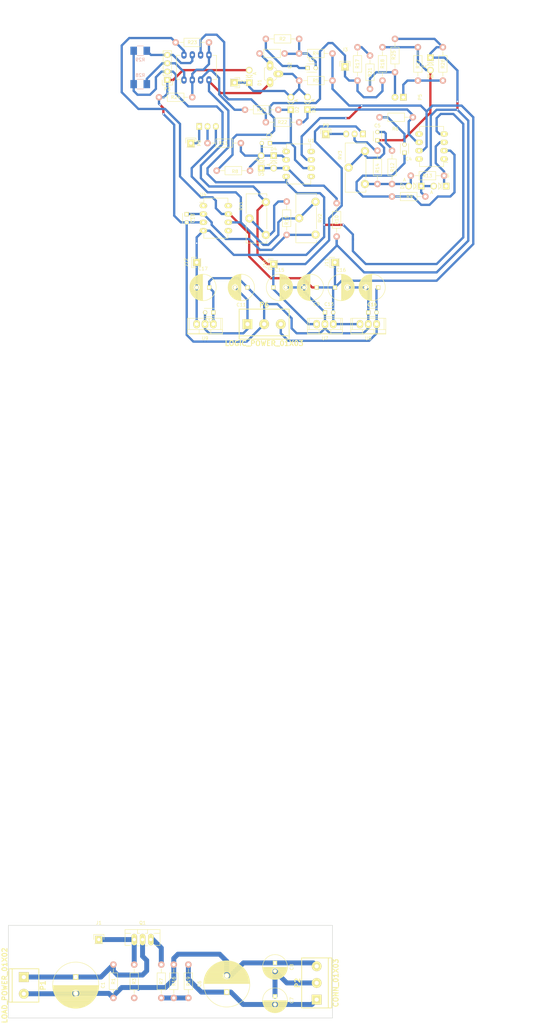
<source format=kicad_pcb>
(kicad_pcb (version 20160815) (host pcbnew no-vcs-found-7432~57~ubuntu16.10.1)
  (layers (0 F.Cu signal) (31 B.Cu signal) (34 B.Paste user) (35 F.Paste user) (36 B.SilkS user) (37 F.SilkS user) (38 B.Mask user) (39 F.Mask user) (44 Edge.Cuts user))
  (net 0 "")
  (net 1 /-OUTPUT)
  (net 2 "Net-(C1-Pad1)")
  (net 3 "Net-(C2-Pad1)")
  (net 4 "Net-(C2-Pad2)")
  (net 5 "Net-(C3-Pad2)")
  (net 6 "Net-(C4-Pad1)")
  (net 7 "Net-(C4-Pad2)")
  (net 8 "Net-(C5-Pad2)")
  (net 9 GND)
  (net 10 Earth)
  (net 11 "Net-(C10-Pad1)")
  (net 12 "Net-(C11-Pad2)")
  (net 13 +5V)
  (net 14 +12VA)
  (net 15 -12VA)
  (net 16 "Net-(D1-Pad1)")
  (net 17 "Net-(D4-Pad2)")
  (net 18 "Net-(D6-Pad1)")
  (net 19 "Net-(D7-Pad2)")
  (net 20 /CC_INDICATOR)
  (net 21 /CV_INDICATOR)
  (net 22 "Net-(J1-Pad1)")
  (net 23 "Net-(J3-Pad1)")
  (net 24 /CURREN_MES)
  (net 25 /VOLTAGE_LIMIT)
  (net 26 /VOLTAGE_MES)
  (net 27 "Net-(L1-Pad2)")
  (net 28 "Net-(Q1-Pad3)")
  (net 29 "Net-(R16-Pad2)")
  (net 30 "Net-(R20-Pad2)")
  (net 31 "Net-(R22-Pad2)")
  (net 32 "Net-(R23-Pad1)")
  (net 33 "Net-(C18-Pad1)")
  (net 34 "Net-(P4-Pad2)")
  (net 35 "Net-(P7-Pad2)")
  (net 36 /AN_CREF)
  (net 37 "Net-(R15-Pad2)")
  (net 38 /CURRENT_LIMIT)
  (net 39 /CC_SENSE)
  (net 40 /CV_SENSE)
  (net 41 "Net-(U1-Pad1)")
  (net 42 "Net-(U1-Pad5)")
  (net 43 "Net-(U2-Pad1)")
  (net 44 "Net-(U2-Pad5)")
  (net 45 "Net-(U4-Pad1)")
  (net 46 "Net-(U4-Pad5)")
  (module Capacitors_ThroughHole:C_Radial_D7.5_L11.2_P2.5 (layer F.Cu) (at 106.68 42.416 270)
    (fp_text reference C7 (at 1.25 -5.1 270) (layer F.SilkS))
    (fp_text value C_Small)
    (pad 2 thru_hole circle (at 2.5 0 270) (size 1.3 1.3) (drill 0.8) (layers *.Cu *.Mask F.SilkS) (net 9 GND))
    (pad 1 thru_hole rect (at 0 0 270) (size 1.3 1.3) (drill 0.8) (layers *.Cu *.Mask F.SilkS) (net 10 Earth))
  )
  (module Capacitors_ThroughHole:C_Radial_D7.5_L11.2_P2.5 (layer F.Cu) (at 106.68 32.256 270)
    (fp_text reference C8 (at 1.25 -5.1 270) (layer F.SilkS))
    (fp_text value C_Small)
    (pad 2 thru_hole circle (at 2.5 0 270) (size 1.3 1.3) (drill 0.8) (layers *.Cu *.Mask F.SilkS) (net 10 Earth))
    (pad 1 thru_hole rect (at 0 0 270) (size 1.3 1.3) (drill 0.8) (layers *.Cu *.Mask F.SilkS) (net 1 /-OUTPUT))
  )
  (module Resistors_ThroughHole:Resistor_Horizontal_RM10mm (layer F.Cu) (at 139.446 -246.634 270)
    (fp_text reference R18 (at 5.08 0 270) (layer F.SilkS))
    (fp_text value R)
    (pad 1 thru_hole circle (at 0 0 270) (size 1.99898 1.99898) (drill 1.00076) (layers *.Cu *.SilkS *.Mask) (net 1 /-OUTPUT))
    (pad 2 thru_hole circle (at 10.16 0 270) (size 1.99898 1.99898) (drill 1.00076) (layers *.Cu *.SilkS *.Mask) (net 23 "Net-(J3-Pad1)"))
  )
  (module Potentiometers:Potentiometer_Trimmer-Piher-PT15-h5_vertical (layer F.Cu) (at 103.886 -189.484 90)
    (fp_text reference RV1 (at 8.81126 -7.57936 90) (layer F.SilkS))
    (fp_text value POT)
    (pad 2 thru_hole circle (at 5.00126 -4.99872 90) (size 2.49936 2.49936) (drill 1.30048) (layers *.Cu *.Mask F.SilkS) (net 37 "Net-(R15-Pad2)"))
    (pad 3 thru_hole circle (at 10.00252 0 90) (size 2.49936 2.49936) (drill 1.30048) (layers *.Cu *.Mask F.SilkS) (net 13 +5V))
    (pad 1 thru_hole circle (at 0 0 90) (size 2.49936 2.49936) (drill 1.30048) (layers *.Cu *.Mask F.SilkS) (net 37 "Net-(R15-Pad2)"))
  )
  (module Pin_Headers:Pin_Header_Straight_1x01 (layer F.Cu) (at 122.174 -220.218)
    (fp_text reference P9 (at 0 -2.54) (layer F.SilkS))
    (fp_text value CONN_01X01)
    (pad 1 thru_hole rect (at 0 0) (size 2.2352 2.2352) (drill 1.016) (layers *.Cu *.Mask F.SilkS) (net 25 /VOLTAGE_LIMIT))
  )
  (module Pin_Headers:Pin_Header_Straight_1x01 (layer F.Cu) (at 81.026 -217.424)
    (fp_text reference P8 (at 2.54 0 90) (layer F.SilkS))
    (fp_text value CONN_01X01)
    (pad 1 thru_hole rect (at 0 0) (size 2.2352 2.2352) (drill 1.016) (layers *.Cu *.Mask F.SilkS) (net 38 /CURRENT_LIMIT))
  )
  (module Pin_Headers:Pin_Header_Straight_1x02 (layer F.Cu) (at 145.796 -231.394 270)
    (fp_text reference P5 (at 0 -5.1 270) (layer F.SilkS))
    (fp_text value CONN_01X02)
    (pad 1 thru_hole rect (at 0 0 270) (size 2.032 2.032) (drill 1.016) (layers *.Cu *.Mask F.SilkS) (net 26 /VOLTAGE_MES))
    (pad 2 thru_hole oval (at 0 2.54 270) (size 2.032 2.032) (drill 1.016) (layers *.Cu *.Mask F.SilkS) (net 24 /CURREN_MES))
  )
  (module Capacitors_ThroughHole:C_Radial_D8_L21_P3.8 (layer F.Cu) (at 106.160568 -173.470568)
    (fp_text reference C15 (at 1.9 -5.3) (layer F.SilkS))
    (fp_text value 470u)
    (pad 1 thru_hole rect (at 0 0) (size 1.3 1.3) (drill 0.8) (layers *.Cu *.Mask F.SilkS) (net 13 +5V))
    (pad 2 thru_hole circle (at 3.8 0) (size 1.3 1.3) (drill 0.8) (layers *.Cu *.Mask F.SilkS) (net 9 GND))
  )
  (module Capacitors_ThroughHole:C_Disc_D3_P2.5 (layer F.Cu) (at 116.586 -240.284)
    (fp_text reference C2 (at 1.25 -2.5) (layer F.SilkS))
    (fp_text value C_Small)
    (pad 1 thru_hole rect (at 0 0) (size 1.3 1.3) (drill 0.8) (layers *.Cu *.Mask F.SilkS) (net 3 "Net-(C2-Pad1)"))
    (pad 2 thru_hole circle (at 2.5 0) (size 1.3 1.3) (drill 0.8001) (layers *.Cu *.Mask F.SilkS) (net 4 "Net-(C2-Pad2)"))
  )
  (module Resistors_ThroughHole:Resistor_Horizontal_RM10mm (layer F.Cu) (at 131.826 -236.474 90)
    (fp_text reference R17 (at 5.08 0 90) (layer F.SilkS))
    (fp_text value R)
    (pad 1 thru_hole circle (at 0 0 90) (size 1.99898 1.99898) (drill 1.00076) (layers *.Cu *.SilkS *.Mask) (net 23 "Net-(J3-Pad1)"))
    (pad 2 thru_hole circle (at 10.16 0 90) (size 1.99898 1.99898) (drill 1.00076) (layers *.Cu *.SilkS *.Mask) (net 29 "Net-(R16-Pad2)"))
  )
  (module Housings_DIP:DIP-8_W7.62mm_LongPads (layer F.Cu) (at 84.836 -198.374)
    (fp_text reference U4 (at -0.028458 -3.373134) (layer F.SilkS))
    (fp_text value LM741)
    (pad 1 thru_hole oval (at 0 0) (size 2.3 1.6) (drill 0.8) (layers *.Cu *.Mask F.SilkS) (net 45 "Net-(U4-Pad1)"))
    (pad 2 thru_hole oval (at 0 2.54) (size 2.3 1.6) (drill 0.8) (layers *.Cu *.Mask F.SilkS) (net 33 "Net-(C18-Pad1)"))
    (pad 3 thru_hole oval (at 0 5.08) (size 2.3 1.6) (drill 0.8) (layers *.Cu *.Mask F.SilkS) (net 9 GND))
    (pad 4 thru_hole oval (at 0 7.62) (size 2.3 1.6) (drill 0.8) (layers *.Cu *.Mask F.SilkS) (net 15 -12VA))
    (pad 5 thru_hole oval (at 7.62 7.62) (size 2.3 1.6) (drill 0.8) (layers *.Cu *.Mask F.SilkS) (net 46 "Net-(U4-Pad5)"))
    (pad 6 thru_hole oval (at 7.62 5.08) (size 2.3 1.6) (drill 0.8) (layers *.Cu *.Mask F.SilkS) (net 36 /AN_CREF))
    (pad 7 thru_hole oval (at 7.62 2.54) (size 2.3 1.6) (drill 0.8) (layers *.Cu *.Mask F.SilkS) (net 14 +12VA))
    (pad 8 thru_hole oval (at 7.62 0) (size 2.3 1.6) (drill 0.8) (layers *.Cu *.Mask F.SilkS))
  )
  (module Capacitors_ThroughHole:C_Radial_D8_L21_P3.8 (layer F.Cu) (at 98.286568 -173.470568 180)
    (fp_text reference C11 (at 1.9 -5.3 180) (layer F.SilkS))
    (fp_text value 470u)
    (pad 1 thru_hole rect (at 0 0 180) (size 1.3 1.3) (drill 0.8) (layers *.Cu *.Mask F.SilkS) (net 9 GND))
    (pad 2 thru_hole circle (at 3.8 0 180) (size 1.3 1.3) (drill 0.8) (layers *.Cu *.Mask F.SilkS) (net 12 "Net-(C11-Pad2)"))
  )
  (module Power_Integrations:TO-220 (layer F.Cu) (at 85.332568 -162.294568 180)
    (fp_text reference U9 (at 0 -4.318 180) (layer F.SilkS))
    (fp_text value LM7912CT)
    (pad 2 thru_hole oval (at 0 0 180) (size 2.032 2.54) (drill 1.143) (layers *.Cu *.Mask F.SilkS) (net 12 "Net-(C11-Pad2)"))
    (pad 3 thru_hole oval (at 2.54 0 180) (size 2.032 2.54) (drill 1.143) (layers *.Cu *.Mask F.SilkS) (net 15 -12VA))
    (pad 1 thru_hole oval (at -2.54 0 180) (size 2.032 2.54) (drill 1.143) (layers *.Cu *.Mask F.SilkS) (net 9 GND))
  )
  (module Capacitors_ThroughHole:C_Radial_D8_L21_P3.8 (layer F.Cu) (at 86.602568 -173.470568 180)
    (fp_text reference C17 (at 1.9 5.715 180) (layer F.SilkS))
    (fp_text value 470u)
    (pad 1 thru_hole rect (at 0 0 180) (size 1.3 1.3) (drill 0.8) (layers *.Cu *.Mask F.SilkS) (net 9 GND))
    (pad 2 thru_hole circle (at 3.8 0 180) (size 1.3 1.3) (drill 0.8) (layers *.Cu *.Mask F.SilkS) (net 15 -12VA))
  )
  (module w_conn_screw:mors_3p (layer F.Cu) (at 103.366568 -162.294568)
    (fp_text reference P6 (at 0 -5.842) (layer F.SilkS) (effects (font (thickness 0.3048))))
    (fp_text value LOGIC_POWER_01X03 (at 0 5.842) (layer F.SilkS) (effects (font (thickness 0.3048))))
    (pad 1 thru_hole rect (at -5.08 0) (size 2.99974 2.99974) (drill 1.24968) (layers *.Cu *.Mask F.SilkS) (net 12 "Net-(C11-Pad2)"))
    (pad 2 thru_hole circle (at 0 0) (size 2.99974 2.99974) (drill 1.24968) (layers *.Cu *.Mask F.SilkS) (net 9 GND))
    (pad 3 thru_hole circle (at 5.08 0) (size 2.99974 2.99974) (drill 1.24968) (layers *.Cu *.Mask F.SilkS) (net 11 "Net-(C10-Pad1)"))
  )
  (module Power_Integrations:TO-220 (layer F.Cu) (at 135.116568 -162.294568 180)
    (fp_text reference U8 (at 0 -4.318 180) (layer F.SilkS))
    (fp_text value LM7812CT)
    (pad 2 thru_hole oval (at 0 0 180) (size 2.032 2.54) (drill 1.143) (layers *.Cu *.Mask F.SilkS) (net 9 GND))
    (pad 3 thru_hole oval (at 2.54 0 180) (size 2.032 2.54) (drill 1.143) (layers *.Cu *.Mask F.SilkS) (net 14 +12VA))
    (pad 1 thru_hole oval (at -2.54 0 180) (size 2.032 2.54) (drill 1.143) (layers *.Cu *.Mask F.SilkS) (net 11 "Net-(C10-Pad1)"))
  )
  (module Power_Integrations:TO-220 (layer F.Cu) (at 121.908568 -162.294568 180)
    (fp_text reference U7 (at 0 -4.318 180) (layer F.SilkS))
    (fp_text value LM7805CT)
    (pad 2 thru_hole oval (at 0 0 180) (size 2.032 2.54) (drill 1.143) (layers *.Cu *.Mask F.SilkS) (net 9 GND))
    (pad 3 thru_hole oval (at 2.54 0 180) (size 2.032 2.54) (drill 1.143) (layers *.Cu *.Mask F.SilkS) (net 13 +5V))
    (pad 1 thru_hole oval (at -2.54 0 180) (size 2.032 2.54) (drill 1.143) (layers *.Cu *.Mask F.SilkS) (net 14 +12VA))
  )
  (module Housings_DIP:DIP-8_W7.62mm_LongPads (layer F.Cu) (at 110.0836 -214.884)
    (fp_text reference U1 (at 7.62 -3.302) (layer F.SilkS))
    (fp_text value LM741)
    (pad 1 thru_hole oval (at 0 0) (size 2.3 1.6) (drill 0.8) (layers *.Cu *.Mask F.SilkS) (net 41 "Net-(U1-Pad1)"))
    (pad 2 thru_hole oval (at 0 2.54) (size 2.3 1.6) (drill 0.8) (layers *.Cu *.Mask F.SilkS) (net 5 "Net-(C3-Pad2)"))
    (pad 3 thru_hole oval (at 0 5.08) (size 2.3 1.6) (drill 0.8) (layers *.Cu *.Mask F.SilkS) (net 17 "Net-(D4-Pad2)"))
    (pad 4 thru_hole oval (at 0 7.62) (size 2.3 1.6) (drill 0.8) (layers *.Cu *.Mask F.SilkS) (net 15 -12VA))
    (pad 5 thru_hole oval (at 7.62 7.62) (size 2.3 1.6) (drill 0.8) (layers *.Cu *.Mask F.SilkS) (net 42 "Net-(U1-Pad5)"))
    (pad 6 thru_hole oval (at 7.62 5.08) (size 2.3 1.6) (drill 0.8) (layers *.Cu *.Mask F.SilkS) (net 39 /CC_SENSE))
    (pad 7 thru_hole oval (at 7.62 2.54) (size 2.3 1.6) (drill 0.8) (layers *.Cu *.Mask F.SilkS) (net 14 +12VA))
    (pad 8 thru_hole oval (at 7.62 0) (size 2.3 1.6) (drill 0.8) (layers *.Cu *.Mask F.SilkS))
  )
  (module Capacitors_ThroughHole:C_Radial_D14_L31.5_P5 (layer F.Cu) (at 45.924 36.546 270)
    (fp_text reference C1 (at 2.5 -8.3 270) (layer F.SilkS))
    (fp_text value CP1_Small)
    (pad 2 thru_hole circle (at 5 0 270) (size 1.7 1.7) (drill 1.2) (layers *.Cu *.Mask F.SilkS) (net 1 /-OUTPUT))
    (pad 1 thru_hole rect (at 0 0 270) (size 1.7 1.7) (drill 1.2) (layers *.Cu *.Mask F.SilkS) (net 2 "Net-(C1-Pad1)"))
  )
  (module Capacitors_ThroughHole:C_Radial_D14_L31.5_P5 (layer F.Cu) (at 91.964 41.146 90)
    (fp_text reference C6 (at 2.5 -8.3 90) (layer F.SilkS))
    (fp_text value CP1_Small)
    (pad 2 thru_hole circle (at 5 0 90) (size 1.7 1.7) (drill 1.2) (layers *.Cu *.Mask F.SilkS) (net 1 /-OUTPUT))
    (pad 1 thru_hole rect (at 0 0 90) (size 1.7 1.7) (drill 1.2) (layers *.Cu *.Mask F.SilkS) (net 9 GND))
  )
  (module Capacitors_ThroughHole:C_Radial_D8_L21_P3.8 (layer F.Cu) (at 119.368568 -173.470568 180)
    (fp_text reference C9 (at 0 -5.08 180) (layer F.SilkS))
    (fp_text value 470u)
    (pad 1 thru_hole rect (at 0 0 180) (size 1.3 1.3) (drill 0.8) (layers *.Cu *.Mask F.SilkS) (net 14 +12VA))
    (pad 2 thru_hole circle (at 3.8 0 180) (size 1.3 1.3) (drill 0.8) (layers *.Cu *.Mask F.SilkS) (net 9 GND))
  )
  (module Capacitors_ThroughHole:C_Radial_D8_L21_P3.8 (layer F.Cu) (at 138.164568 -173.470568 180)
    (fp_text reference C10 (at 1.9 -5.3 180) (layer F.SilkS))
    (fp_text value 470u)
    (pad 1 thru_hole rect (at 0 0 180) (size 1.3 1.3) (drill 0.8) (layers *.Cu *.Mask F.SilkS) (net 11 "Net-(C10-Pad1)"))
    (pad 2 thru_hole circle (at 3.8 0 180) (size 1.3 1.3) (drill 0.8) (layers *.Cu *.Mask F.SilkS) (net 9 GND))
  )
  (module Capacitors_ThroughHole:C_Radial_D8_L21_P3.8 (layer F.Cu) (at 124.956568 -173.470568)
    (fp_text reference C16 (at 1.9 -5.3) (layer F.SilkS))
    (fp_text value 470u)
    (pad 1 thru_hole rect (at 0 0) (size 1.3 1.3) (drill 0.8) (layers *.Cu *.Mask F.SilkS) (net 14 +12VA))
    (pad 2 thru_hole circle (at 3.8 0) (size 1.3 1.3) (drill 0.8) (layers *.Cu *.Mask F.SilkS) (net 9 GND))
  )
  (module Diodes_ThroughHole:Diode_DO-41_SOD81_Vertical_AnodeUp (layer F.Cu) (at 98.806 -235.839 90)
    (fp_text reference D1 (at 0 3.175 90) (layer F.SilkS))
    (fp_text value D_Small)
    (fp_text user A (at 2.794 1.651 90) (layer F.SilkS))
    (pad 2 thru_hole circle (at 3.81 0 90) (size 1.99898 1.99898) (drill 1.27) (layers *.Cu *.Mask F.SilkS) (net 9 GND))
    (pad 1 thru_hole rect (at 0 0 90) (size 1.99898 1.99898) (drill 1.00076) (layers *.Cu *.Mask F.SilkS) (net 16 "Net-(D1-Pad1)"))
  )
  (module Diodes_ThroughHole:Diode_DO-41_SOD81_Vertical_AnodeUp (layer F.Cu) (at 111.506 -227.584 90)
    (fp_text reference D2 (at 0 1.905 90) (layer F.SilkS))
    (fp_text value D_Small)
    (fp_text user A (at 2.794 1.651 90) (layer F.SilkS))
    (pad 2 thru_hole circle (at 3.81 0 90) (size 1.99898 1.99898) (drill 1.27) (layers *.Cu *.Mask F.SilkS) (net 16 "Net-(D1-Pad1)"))
    (pad 1 thru_hole rect (at 0 0 90) (size 1.99898 1.99898) (drill 1.00076) (layers *.Cu *.Mask F.SilkS) (net 39 /CC_SENSE))
  )
  (module Diodes_ThroughHole:Diode_DO-41_SOD81_Vertical_AnodeUp (layer F.Cu) (at 116.586 -227.6545 90)
    (fp_text reference D3 (at 0 1.905 90) (layer F.SilkS))
    (fp_text value D_Small)
    (fp_text user A (at 2.794 1.651 90) (layer F.SilkS))
    (pad 2 thru_hole circle (at 3.81 0 90) (size 1.99898 1.99898) (drill 1.27) (layers *.Cu *.Mask F.SilkS) (net 16 "Net-(D1-Pad1)"))
    (pad 1 thru_hole rect (at 0 0 90) (size 1.99898 1.99898) (drill 1.00076) (layers *.Cu *.Mask F.SilkS) (net 40 /CV_SENSE))
  )
  (module Diodes_ThroughHole:Diode_DO-41_SOD81_Vertical_AnodeUp (layer F.Cu) (at 106.2736 -213.614 270)
    (fp_text reference D4 (at -2.032 0) (layer F.SilkS))
    (fp_text value D_Small)
    (fp_text user A (at 2.794 1.524 270) (layer F.SilkS))
    (pad 2 thru_hole circle (at 3.81 0 270) (size 1.99898 1.99898) (drill 1.27) (layers *.Cu *.Mask F.SilkS) (net 17 "Net-(D4-Pad2)"))
    (pad 1 thru_hole rect (at 0 0 270) (size 1.99898 1.99898) (drill 1.00076) (layers *.Cu *.Mask F.SilkS) (net 5 "Net-(C3-Pad2)"))
  )
  (module Diodes_ThroughHole:Diode_DO-41_SOD81_Vertical_AnodeUp (layer F.Cu) (at 102.4636 -209.804 90)
    (fp_text reference D5 (at -1.778 0 180) (layer F.SilkS))
    (fp_text value D_Small)
    (fp_text user A (at 2.54 -1.27 90) (layer F.SilkS))
    (pad 2 thru_hole circle (at 3.81 0 90) (size 1.99898 1.99898) (drill 1.27) (layers *.Cu *.Mask F.SilkS) (net 5 "Net-(C3-Pad2)"))
    (pad 1 thru_hole rect (at 0 0 90) (size 1.99898 1.99898) (drill 1.00076) (layers *.Cu *.Mask F.SilkS) (net 17 "Net-(D4-Pad2)"))
  )
  (module Diodes_ThroughHole:Diode_DO-41_SOD81_Vertical_AnodeUp (layer F.Cu) (at 158.865612 -204.338514 180)
    (fp_text reference D6 (at 0 3.175 180) (layer F.SilkS))
    (fp_text value D_Small)
    (fp_text user A (at 4.445 -1.905 180) (layer F.SilkS))
    (pad 2 thru_hole circle (at 3.81 0 180) (size 1.99898 1.99898) (drill 1.27) (layers *.Cu *.Mask F.SilkS) (net 9 GND))
    (pad 1 thru_hole rect (at 0 0 180) (size 1.99898 1.99898) (drill 1.00076) (layers *.Cu *.Mask F.SilkS) (net 18 "Net-(D6-Pad1)"))
  )
  (module Diodes_ThroughHole:Diode_DO-41_SOD81_Vertical_AnodeUp (layer F.Cu) (at 151.245612 -204.338514 180)
    (fp_text reference D7 (at 5.715 0 270) (layer F.SilkS))
    (fp_text value D_Small)
    (fp_text user A (at 5.08 1.905 180) (layer F.SilkS))
    (pad 2 thru_hole circle (at 3.81 0 180) (size 1.99898 1.99898) (drill 1.27) (layers *.Cu *.Mask F.SilkS) (net 19 "Net-(D7-Pad2)"))
    (pad 1 thru_hole rect (at 0 0 180) (size 1.99898 1.99898) (drill 1.00076) (layers *.Cu *.Mask F.SilkS) (net 9 GND))
  )
  (module Diodes_ThroughHole:Diode_DO-41_SOD81_Vertical_AnodeUp (layer F.Cu) (at 154.051 -243.459 270)
    (fp_text reference D8 (at 5.715 0) (layer F.SilkS))
    (fp_text value D_Small)
    (fp_text user A (at 2.794 1.651 270) (layer F.SilkS))
    (pad 2 thru_hole circle (at 3.81 0 270) (size 1.99898 1.99898) (drill 1.27) (layers *.Cu *.Mask F.SilkS) (net 1 /-OUTPUT))
    (pad 1 thru_hole rect (at 0 0 270) (size 1.99898 1.99898) (drill 1.00076) (layers *.Cu *.Mask F.SilkS) (net 9 GND))
  )
  (module Pin_Headers:Pin_Header_Straight_1x01 (layer F.Cu) (at 52.959 25.146)
    (fp_text reference J1 (at 0 -5.1) (layer F.SilkS))
    (fp_text value TP6)
    (pad 1 thru_hole rect (at 0 0) (size 2.2352 2.2352) (drill 1.016) (layers *.Cu *.Mask F.SilkS) (net 22 "Net-(J1-Pad1)"))
  )
  (module Pin_Headers:Pin_Header_Straight_1x01 (layer F.Cu) (at 128.016 -240.792)
    (fp_text reference J3 (at 0 -5.1) (layer F.SilkS))
    (fp_text value TP7)
    (pad 1 thru_hole rect (at 0 0) (size 2.2352 2.2352) (drill 1.016) (layers *.Cu *.Mask F.SilkS) (net 23 "Net-(J3-Pad1)"))
  )
  (module Pin_Headers:Pin_Header_Straight_1x01 (layer F.Cu) (at 106.160568 -180.582568 90)
    (fp_text reference J10 (at 0 -2.54 270) (layer F.SilkS))
    (fp_text value TP1)
    (pad 1 thru_hole rect (at 0 0 90) (size 2.2352 2.2352) (drill 1.016) (layers *.Cu *.Mask F.SilkS) (net 13 +5V))
  )
  (module Pin_Headers:Pin_Header_Straight_1x01 (layer F.Cu) (at 124.956568 -181.090568 90)
    (fp_text reference J11 (at 0 -2.54 270) (layer F.SilkS))
    (fp_text value TP2)
    (pad 1 thru_hole rect (at 0 0 90) (size 2.2352 2.2352) (drill 1.016) (layers *.Cu *.Mask F.SilkS) (net 14 +12VA))
  )
  (module Pin_Headers:Pin_Header_Straight_1x01 (layer F.Cu) (at 82.792568 -181.090568 90)
    (fp_text reference J12 (at 0 -3.175 90) (layer F.SilkS))
    (fp_text value TP3)
    (pad 1 thru_hole rect (at 0 0 90) (size 2.2352 2.2352) (drill 1.016) (layers *.Cu *.Mask F.SilkS) (net 15 -12VA))
  )
  (module Resistors_ThroughHole:Resistor_Horizontal_RM10mm (layer F.Cu) (at 57.404 32.766 270)
    (fp_text reference R1 (at 5.08 0 270) (layer F.SilkS))
    (fp_text value R)
    (pad 1 thru_hole circle (at 0 0 270) (size 1.99898 1.99898) (drill 1.00076) (layers *.Cu *.SilkS *.Mask) (net 2 "Net-(C1-Pad1)"))
    (pad 2 thru_hole circle (at 10.16 0 270) (size 1.99898 1.99898) (drill 1.00076) (layers *.Cu *.SilkS *.Mask) (net 1 /-OUTPUT))
  )
  (module Resistors_ThroughHole:Resistor_Horizontal_RM10mm (layer F.Cu) (at 103.886 -249.174)
    (fp_text reference R2 (at 5.08 0) (layer F.SilkS))
    (fp_text value R)
    (pad 1 thru_hole circle (at 0 0) (size 1.99898 1.99898) (drill 1.00076) (layers *.Cu *.SilkS *.Mask) (net 3 "Net-(C2-Pad1)"))
    (pad 2 thru_hole circle (at 10.16 0) (size 1.99898 1.99898) (drill 1.00076) (layers *.Cu *.SilkS *.Mask) (net 4 "Net-(C2-Pad2)"))
  )
  (module Resistors_ThroughHole:Resistor_Horizontal_RM10mm (layer F.Cu) (at 63.754 42.926 90)
    (fp_text reference R3 (at 5.08 0 90) (layer F.SilkS))
    (fp_text value R)
    (pad 1 thru_hole circle (at 0 0 90) (size 1.99898 1.99898) (drill 1.00076) (layers *.Cu *.SilkS *.Mask) (net 3 "Net-(C2-Pad1)"))
    (pad 2 thru_hole circle (at 10.16 0 90) (size 1.99898 1.99898) (drill 1.00076) (layers *.Cu *.SilkS *.Mask) (net 22 "Net-(J1-Pad1)"))
  )
  (module Resistors_ThroughHole:Resistor_Horizontal_RM10mm (layer F.Cu) (at 124.206 -244.729 180)
    (fp_text reference R4 (at 5.08 0 180) (layer F.SilkS))
    (fp_text value R)
    (pad 1 thru_hole circle (at 0 0 180) (size 1.99898 1.99898) (drill 1.00076) (layers *.Cu *.SilkS *.Mask) (net 14 +12VA))
    (pad 2 thru_hole circle (at 10.16 0 180) (size 1.99898 1.99898) (drill 1.00076) (layers *.Cu *.SilkS *.Mask) (net 4 "Net-(C2-Pad2)"))
  )
  (module Resistors_ThroughHole:Resistor_Horizontal_RM10mm (layer F.Cu) (at 114.046 -236.474)
    (fp_text reference R5 (at 5.08 0) (layer F.SilkS))
    (fp_text value R)
    (pad 1 thru_hole circle (at 0 0) (size 1.99898 1.99898) (drill 1.00076) (layers *.Cu *.SilkS *.Mask) (net 16 "Net-(D1-Pad1)"))
    (pad 2 thru_hole circle (at 10.16 0) (size 1.99898 1.99898) (drill 1.00076) (layers *.Cu *.SilkS *.Mask) (net 14 +12VA))
  )
  (module Resistors_ThroughHole:Resistor_Horizontal_RM10mm (layer F.Cu) (at 148.705612 -225.293514 180)
    (fp_text reference R6 (at 5.32892 -3.50012 180) (layer F.SilkS))
    (fp_text value R)
    (pad 1 thru_hole circle (at 0 0 180) (size 1.99898 1.99898) (drill 1.00076) (layers *.Cu *.SilkS *.Mask) (net 40 /CV_SENSE))
    (pad 2 thru_hole circle (at 10.16 0 180) (size 1.99898 1.99898) (drill 1.00076) (layers *.Cu *.SilkS *.Mask) (net 7 "Net-(C4-Pad2)"))
  )
  (module Resistors_ThroughHole:Resistor_Horizontal_RM10mm (layer F.Cu) (at 72.009 42.926 90)
    (fp_text reference R7 (at 5.08 0 90) (layer F.SilkS))
    (fp_text value R)
    (pad 1 thru_hole circle (at 0 0 90) (size 1.99898 1.99898) (drill 1.00076) (layers *.Cu *.SilkS *.Mask) (net 29 "Net-(R16-Pad2)"))
    (pad 2 thru_hole circle (at 10.16 0 90) (size 1.99898 1.99898) (drill 1.00076) (layers *.Cu *.SilkS *.Mask) (net 28 "Net-(Q1-Pad3)"))
  )
  (module Resistors_ThroughHole:Resistor_Horizontal_RM10mm (layer F.Cu) (at 88.9 -209.042)
    (fp_text reference R8 (at 5.588 0.254) (layer F.SilkS))
    (fp_text value R)
    (pad 1 thru_hole circle (at 0 0) (size 1.99898 1.99898) (drill 1.00076) (layers *.Cu *.SilkS *.Mask) (net 23 "Net-(J3-Pad1)"))
    (pad 2 thru_hole circle (at 10.16 0) (size 1.99898 1.99898) (drill 1.00076) (layers *.Cu *.SilkS *.Mask) (net 5 "Net-(C3-Pad2)"))
  )
  (module Resistors_ThroughHole:Resistor_Horizontal_RM10mm (layer F.Cu) (at 142.355612 -201.163514)
    (fp_text reference R9 (at 5.32892 0) (layer F.SilkS))
    (fp_text value R)
    (pad 1 thru_hole circle (at 0 0) (size 1.99898 1.99898) (drill 1.00076) (layers *.Cu *.SilkS *.Mask) (net 6 "Net-(C4-Pad1)"))
    (pad 2 thru_hole circle (at 10.16 0) (size 1.99898 1.99898) (drill 1.00076) (layers *.Cu *.SilkS *.Mask) (net 9 GND))
  )
  (module Resistors_ThroughHole:Resistor_Horizontal_RM10mm (layer F.Cu) (at 125.476 -188.976 90)
    (fp_text reference R10 (at 5.08 0 90) (layer F.SilkS))
    (fp_text value R)
    (pad 1 thru_hole circle (at 0 0 90) (size 1.99898 1.99898) (drill 1.00076) (layers *.Cu *.SilkS *.Mask) (net 9 GND))
    (pad 2 thru_hole circle (at 10.16 0 90) (size 1.99898 1.99898) (drill 1.00076) (layers *.Cu *.SilkS *.Mask) (net 17 "Net-(D4-Pad2)"))
  )
  (module Resistors_ThroughHole:Resistor_Horizontal_RM10mm (layer F.Cu) (at 96.266 -217.424 180)
    (fp_text reference R11 (at 5.334 0 180) (layer F.SilkS))
    (fp_text value R)
    (pad 1 thru_hole circle (at 0 0 180) (size 1.99898 1.99898) (drill 1.00076) (layers *.Cu *.SilkS *.Mask) (net 5 "Net-(C3-Pad2)"))
    (pad 2 thru_hole circle (at 10.16 0 180) (size 1.99898 1.99898) (drill 1.00076) (layers *.Cu *.SilkS *.Mask) (net 35 "Net-(P7-Pad2)"))
  )
  (module Resistors_ThroughHole:Resistor_Horizontal_RM10mm (layer F.Cu) (at 142.355612 -215.133514 270)
    (fp_text reference R12 (at 5.08 -0.127 270) (layer F.SilkS))
    (fp_text value R)
    (pad 1 thru_hole circle (at 0 0 270) (size 1.99898 1.99898) (drill 1.00076) (layers *.Cu *.SilkS *.Mask) (net 8 "Net-(C5-Pad2)"))
    (pad 2 thru_hole circle (at 10.16 0 270) (size 1.99898 1.99898) (drill 1.00076) (layers *.Cu *.SilkS *.Mask) (net 19 "Net-(D7-Pad2)"))
  )
  (module Resistors_ThroughHole:Resistor_Horizontal_RM10mm (layer F.Cu) (at 158.230612 -207.513514 180)
    (fp_text reference R13 (at 5.08 0 180) (layer F.SilkS))
    (fp_text value R)
    (pad 1 thru_hole circle (at 0 0 180) (size 1.99898 1.99898) (drill 1.00076) (layers *.Cu *.SilkS *.Mask) (net 18 "Net-(D6-Pad1)"))
    (pad 2 thru_hole circle (at 10.16 0 180) (size 1.99898 1.99898) (drill 1.00076) (layers *.Cu *.SilkS *.Mask) (net 19 "Net-(D7-Pad2)"))
  )
  (module Resistors_ThroughHole:Resistor_Horizontal_RM10mm (layer F.Cu) (at 137.910612 -215.133514 270)
    (fp_text reference R14 (at 5.32892 0 270) (layer F.SilkS))
    (fp_text value R)
    (pad 1 thru_hole circle (at 0 0 270) (size 1.99898 1.99898) (drill 1.00076) (layers *.Cu *.SilkS *.Mask) (net 34 "Net-(P4-Pad2)"))
    (pad 2 thru_hole circle (at 10.16 0 270) (size 1.99898 1.99898) (drill 1.00076) (layers *.Cu *.SilkS *.Mask) (net 19 "Net-(D7-Pad2)"))
  )
  (module Resistors_ThroughHole:Resistor_Horizontal_RM10mm (layer F.Cu) (at 75.819 32.766 270)
    (fp_text reference R16 (at 5.08 0 270) (layer F.SilkS))
    (fp_text value R)
    (pad 1 thru_hole circle (at 0 0 270) (size 1.99898 1.99898) (drill 1.00076) (layers *.Cu *.SilkS *.Mask) (net 1 /-OUTPUT))
    (pad 2 thru_hole circle (at 10.16 0 270) (size 1.99898 1.99898) (drill 1.00076) (layers *.Cu *.SilkS *.Mask) (net 29 "Net-(R16-Pad2)"))
  )
  (module Resistors_ThroughHole:Resistor_Horizontal_RM10mm (layer F.Cu) (at 80.264 42.926 90)
    (fp_text reference R19 (at 5.08 0 90) (layer F.SilkS))
    (fp_text value R)
    (pad 1 thru_hole circle (at 0 0 90) (size 1.99898 1.99898) (drill 1.00076) (layers *.Cu *.SilkS *.Mask) (net 29 "Net-(R16-Pad2)"))
    (pad 2 thru_hole circle (at 10.16 0 90) (size 1.99898 1.99898) (drill 1.00076) (layers *.Cu *.SilkS *.Mask) (net 9 GND))
  )
  (module Resistors_ThroughHole:Resistor_Horizontal_RM10mm (layer F.Cu) (at 107.696 -227.584 180)
    (fp_text reference R20 (at 5.08 0 180) (layer F.SilkS))
    (fp_text value R)
    (pad 1 thru_hole circle (at 0 0 180) (size 1.99898 1.99898) (drill 1.00076) (layers *.Cu *.SilkS *.Mask) (net 39 /CC_SENSE))
    (pad 2 thru_hole circle (at 10.16 0 180) (size 1.99898 1.99898) (drill 1.00076) (layers *.Cu *.SilkS *.Mask) (net 30 "Net-(R20-Pad2)"))
  )
  (module Resistors_ThroughHole:Resistor_Horizontal_RM10mm (layer F.Cu) (at 135.636 -233.934 90)
    (fp_text reference R21 (at 5.08 0 90) (layer F.SilkS))
    (fp_text value R)
    (pad 1 thru_hole circle (at 0 0 90) (size 1.99898 1.99898) (drill 1.00076) (layers *.Cu *.SilkS *.Mask) (net 24 /CURREN_MES))
    (pad 2 thru_hole circle (at 10.16 0 90) (size 1.99898 1.99898) (drill 1.00076) (layers *.Cu *.SilkS *.Mask) (net 29 "Net-(R16-Pad2)"))
  )
  (module Resistors_ThroughHole:Resistor_Horizontal_RM10mm (layer F.Cu) (at 114.046 -223.774 180)
    (fp_text reference R22 (at 5.08 0 180) (layer F.SilkS))
    (fp_text value R)
    (pad 1 thru_hole circle (at 0 0 180) (size 1.99898 1.99898) (drill 1.00076) (layers *.Cu *.SilkS *.Mask) (net 40 /CV_SENSE))
    (pad 2 thru_hole circle (at 10.16 0 180) (size 1.99898 1.99898) (drill 1.00076) (layers *.Cu *.SilkS *.Mask) (net 31 "Net-(R22-Pad2)"))
  )
  (module Resistors_ThroughHole:Resistor_Horizontal_RM10mm (layer F.Cu) (at 86.5435 -248.0935 180)
    (fp_text reference R23 (at 5.08 0 180) (layer F.SilkS))
    (fp_text value R)
    (pad 1 thru_hole circle (at 0 0 180) (size 1.99898 1.99898) (drill 1.00076) (layers *.Cu *.SilkS *.Mask) (net 32 "Net-(R23-Pad1)"))
    (pad 2 thru_hole circle (at 10.16 0 180) (size 1.99898 1.99898) (drill 1.00076) (layers *.Cu *.SilkS *.Mask) (net 14 +12VA))
  )
  (module Resistors_ThroughHole:Resistor_Horizontal_RM10mm (layer F.Cu) (at 71.3035 -231.394)
    (fp_text reference R24 (at 5.08 0) (layer F.SilkS))
    (fp_text value R)
    (pad 1 thru_hole circle (at 0 0) (size 1.99898 1.99898) (drill 1.00076) (layers *.Cu *.SilkS *.Mask) (net 9 GND))
    (pad 2 thru_hole circle (at 10.16 0) (size 1.99898 1.99898) (drill 1.00076) (layers *.Cu *.SilkS *.Mask) (net 32 "Net-(R23-Pad1)"))
  )
  (module Resistors_ThroughHole:Resistor_Horizontal_RM10mm (layer F.Cu) (at 143.256 -239.014 90)
    (fp_text reference R25 (at 5.207 -0.381 90) (layer F.SilkS))
    (fp_text value R)
    (pad 1 thru_hole circle (at 0 0 90) (size 1.99898 1.99898) (drill 1.00076) (layers *.Cu *.SilkS *.Mask) (net 24 /CURREN_MES))
    (pad 2 thru_hole circle (at 10.16 0 90) (size 1.99898 1.99898) (drill 1.00076) (layers *.Cu *.SilkS *.Mask) (net 9 GND))
  )
  (module Resistors_ThroughHole:Resistor_Horizontal_RM10mm (layer F.Cu) (at 157.861 -246.634 270)
    (fp_text reference R26 (at 5.08 0 270) (layer F.SilkS))
    (fp_text value R)
    (pad 1 thru_hole circle (at 0 0 270) (size 1.99898 1.99898) (drill 1.00076) (layers *.Cu *.SilkS *.Mask) (net 9 GND))
    (pad 2 thru_hole circle (at 10.16 0 270) (size 1.99898 1.99898) (drill 1.00076) (layers *.Cu *.SilkS *.Mask) (net 26 /VOLTAGE_MES))
  )
  (module Resistors_ThroughHole:Resistor_Horizontal_RM10mm (layer F.Cu) (at 150.241 -236.474 90)
    (fp_text reference R27 (at 5.08 0 90) (layer F.SilkS))
    (fp_text value R)
    (pad 1 thru_hole circle (at 0 0 90) (size 1.99898 1.99898) (drill 1.00076) (layers *.Cu *.SilkS *.Mask) (net 26 /VOLTAGE_MES))
    (pad 2 thru_hole circle (at 10.16 0 90) (size 1.99898 1.99898) (drill 1.00076) (layers *.Cu *.SilkS *.Mask) (net 1 /-OUTPUT))
  )
  (module Housings_DIP:DIP-8_W7.62mm_LongPads (layer F.Cu) (at 158.230612 -212.593514 180)
    (fp_text reference U2 (at 0 -5.22 180) (layer F.SilkS))
    (fp_text value LM741)
    (pad 1 thru_hole oval (at 0 0 180) (size 2.3 1.6) (drill 0.8) (layers *.Cu *.Mask F.SilkS) (net 43 "Net-(U2-Pad1)"))
    (pad 2 thru_hole oval (at 0 2.54 180) (size 2.3 1.6) (drill 0.8) (layers *.Cu *.Mask F.SilkS) (net 6 "Net-(C4-Pad1)"))
    (pad 3 thru_hole oval (at 0 5.08 180) (size 2.3 1.6) (drill 0.8) (layers *.Cu *.Mask F.SilkS) (net 18 "Net-(D6-Pad1)"))
    (pad 4 thru_hole oval (at 0 7.62 180) (size 2.3 1.6) (drill 0.8) (layers *.Cu *.Mask F.SilkS) (net 15 -12VA))
    (pad 5 thru_hole oval (at 7.62 7.62 180) (size 2.3 1.6) (drill 0.8) (layers *.Cu *.Mask F.SilkS) (net 44 "Net-(U2-Pad5)"))
    (pad 6 thru_hole oval (at 7.62 5.08 180) (size 2.3 1.6) (drill 0.8) (layers *.Cu *.Mask F.SilkS) (net 40 /CV_SENSE))
    (pad 7 thru_hole oval (at 7.62 2.54 180) (size 2.3 1.6) (drill 0.8) (layers *.Cu *.Mask F.SilkS) (net 14 +12VA))
    (pad 8 thru_hole oval (at 7.62 0 180) (size 2.3 1.6) (drill 0.8) (layers *.Cu *.Mask F.SilkS))
  )
  (module Resistors_ThroughHole:Resistor_Horizontal_RM7mm (layer F.Cu) (at 109.601 -244.729 180)
    (fp_text reference L1 (at 4.05892 -3.50012 180) (layer F.SilkS))
    (fp_text value L_Small)
    (pad 1 thru_hole circle (at 0 0 180) (size 1.99898 1.99898) (drill 1.00076) (layers *.Cu *.SilkS *.Mask) (net 4 "Net-(C2-Pad2)"))
    (pad 2 thru_hole circle (at 7.62 0 180) (size 1.99898 1.99898) (drill 1.00076) (layers *.Cu *.SilkS *.Mask) (net 27 "Net-(L1-Pad2)"))
  )
  (module w_conn_screw:mors_2p (layer F.Cu) (at 30.099 39.116 270)
    (fp_text reference P1 (at 0 -5.842 270) (layer F.SilkS) (effects (font (thickness 0.3048))))
    (fp_text value LOAD_POWER_01X02 (at 0 5.842 270) (layer F.SilkS) (effects (font (thickness 0.3048))))
    (pad 1 thru_hole rect (at -2.54 0 270) (size 2.99974 2.99974) (drill 1.24968) (layers *.Cu *.Mask F.SilkS) (net 2 "Net-(C1-Pad1)"))
    (pad 2 thru_hole circle (at 2.54 0 270) (size 2.99974 2.99974) (drill 1.24968) (layers *.Cu *.Mask F.SilkS) (net 1 /-OUTPUT))
  )
  (module w_conn_screw:mors_3p (layer F.Cu) (at 119.38 38.354 90)
    (fp_text reference P2 (at 0 -5.842 90) (layer F.SilkS) (effects (font (thickness 0.3048))))
    (fp_text value CONN_01X03 (at 0 5.842 90) (layer F.SilkS) (effects (font (thickness 0.3048))))
    (pad 1 thru_hole rect (at -5.08 0 90) (size 2.99974 2.99974) (drill 1.24968) (layers *.Cu *.Mask F.SilkS) (net 9 GND))
    (pad 2 thru_hole circle (at 0 0 90) (size 2.99974 2.99974) (drill 1.24968) (layers *.Cu *.Mask F.SilkS) (net 10 Earth))
    (pad 3 thru_hole circle (at 5.08 0 90) (size 2.99974 2.99974) (drill 1.24968) (layers *.Cu *.Mask F.SilkS) (net 1 /-OUTPUT))
  )
  (module TO_SOT_Packages_THT:TO-220_Neutral123_Vertical_LargePads (layer F.Cu) (at 66.294 25.146)
    (fp_text reference Q1 (at 0 -5.08) (layer F.SilkS))
    (fp_text value Q_NMOS_GDS)
    (pad 2 thru_hole oval (at 0 0 90) (size 3.50012 1.69926) (drill 1.00076) (layers *.Cu *.Mask F.SilkS) (net 2 "Net-(C1-Pad1)"))
    (pad 1 thru_hole oval (at -2.54 0 90) (size 3.50012 1.69926) (drill 1.00076) (layers *.Cu *.Mask F.SilkS) (net 22 "Net-(J1-Pad1)"))
    (pad 3 thru_hole oval (at 2.54 0 90) (size 3.50012 1.69926) (drill 1.00076) (layers *.Cu *.Mask F.SilkS) (net 28 "Net-(Q1-Pad3)"))
  )
  (module TO_SOT_Packages_THT:TO-92_Rugged (layer F.Cu) (at 105.156 -241.046 270)
    (fp_text reference Q2 (at 0 -6 270) (layer F.SilkS))
    (fp_text value Q_PNP_EBC)
    (pad 2 thru_hole oval (at 2.54 -2.54) (size 2.99974 1.99898) (drill 1) (layers *.Cu *.Mask F.SilkS) (net 16 "Net-(D1-Pad1)"))
    (pad 1 thru_hole oval (at 0 0) (size 1.99898 2.99974) (drill 1) (layers *.Cu *.Mask F.SilkS) (net 27 "Net-(L1-Pad2)"))
    (pad 3 thru_hole oval (at 5.08 0) (size 1.99898 2.99974) (drill 1) (layers *.Cu *.Mask F.SilkS) (net 15 -12VA))
  )
  (module Housings_DIP:DIP-8_W7.62mm_LongPads (layer F.Cu) (at 78.9235 -236.6635 90)
    (fp_text reference U3 (at 0 -5.22 90) (layer F.SilkS))
    (fp_text value LM393)
    (pad 1 thru_hole oval (at 0 0 90) (size 2.3 1.6) (drill 0.8) (layers *.Cu *.Mask) (net 20 /CC_INDICATOR))
    (pad 2 thru_hole oval (at 0 2.54 90) (size 2.3 1.6) (drill 0.8) (layers *.Cu *.Mask) (net 32 "Net-(R23-Pad1)"))
    (pad 3 thru_hole oval (at 0 5.08 90) (size 2.3 1.6) (drill 0.8) (layers *.Cu *.Mask) (net 30 "Net-(R20-Pad2)"))
    (pad 4 thru_hole oval (at 0 7.62 90) (size 2.3 1.6) (drill 0.8) (layers *.Cu *.Mask) (net 15 -12VA))
    (pad 5 thru_hole oval (at 7.62 7.62 90) (size 2.3 1.6) (drill 0.8) (layers *.Cu *.Mask) (net 32 "Net-(R23-Pad1)"))
    (pad 6 thru_hole oval (at 7.62 5.08 90) (size 2.3 1.6) (drill 0.8) (layers *.Cu *.Mask) (net 31 "Net-(R22-Pad2)"))
    (pad 7 thru_hole oval (at 7.62 2.54 90) (size 2.3 1.6) (drill 0.8) (layers *.Cu *.Mask) (net 21 /CV_INDICATOR))
    (pad 8 thru_hole oval (at 7.62 0 90) (size 2.3 1.6) (drill 0.8) (layers *.Cu *.Mask) (net 14 +12VA))
  )
  (module Resistors_SMD:R_1210_HandSoldering (layer B.Cu) (at 65.5885 -235.3935 180)
    (fp_text reference R28 (at 0 2.7 180) (layer B.SilkS) (effects (justify mirror)))
    (fp_text value R_Small)
    (pad 1 smd rect (at -2 0 180) (size 2 2.5) (layers B.Cu B.Paste B.Mask) (net 20 /CC_INDICATOR))
    (pad 2 smd rect (at 2 0 180) (size 2 2.5) (layers B.Cu B.Paste B.Mask) (net 13 +5V))
  )
  (module Resistors_SMD:R_1210_HandSoldering (layer B.Cu) (at 65.5885 -245.5535 180)
    (fp_text reference R29 (at 0 -2.7295 180) (layer B.SilkS) (effects (justify mirror)))
    (fp_text value R_Small)
    (pad 1 smd rect (at -2 0 180) (size 2 2.5) (layers B.Cu B.Paste B.Mask) (net 21 /CV_INDICATOR))
    (pad 2 smd rect (at 2 0 180) (size 2 2.5) (layers B.Cu B.Paste B.Mask) (net 13 +5V))
  )
  (module Capacitors_ThroughHole:C_Disc_D3_P2.5 (layer F.Cu) (at 105.156 -217.424 180)
    (fp_text reference C3 (at 0.254 2.286 180) (layer F.SilkS))
    (fp_text value C_Small)
    (pad 1 thru_hole rect (at 0 0 180) (size 1.3 1.3) (drill 0.8) (layers *.Cu *.Mask F.SilkS) (net 39 /CC_SENSE))
    (pad 2 thru_hole circle (at 2.5 0 180) (size 1.3 1.3) (drill 0.8001) (layers *.Cu *.Mask F.SilkS) (net 5 "Net-(C3-Pad2)"))
  )
  (module Capacitors_ThroughHole:C_Disc_D3_P2.5 (layer F.Cu) (at 146.165612 -214.498514 90)
    (fp_text reference C4 (at -1.905 1.27 180) (layer F.SilkS))
    (fp_text value C_Small)
    (pad 1 thru_hole rect (at 0 0 90) (size 1.3 1.3) (drill 0.8) (layers *.Cu *.Mask F.SilkS) (net 6 "Net-(C4-Pad1)"))
    (pad 2 thru_hole circle (at 2.5 0 90) (size 1.3 1.3) (drill 0.8001) (layers *.Cu *.Mask F.SilkS) (net 7 "Net-(C4-Pad2)"))
  )
  (module Capacitors_ThroughHole:C_Disc_D3_P2.5 (layer F.Cu) (at 137.910612 -218.308514 90)
    (fp_text reference C5 (at 4.445 0 180) (layer F.SilkS))
    (fp_text value C_Small)
    (pad 1 thru_hole rect (at 0 0 90) (size 1.3 1.3) (drill 0.8) (layers *.Cu *.Mask F.SilkS) (net 1 /-OUTPUT))
    (pad 2 thru_hole circle (at 2.5 0 90) (size 1.3 1.3) (drill 0.8001) (layers *.Cu *.Mask F.SilkS) (net 8 "Net-(C5-Pad2)"))
  )
  (module Capacitors_ThroughHole:C_Disc_D3_P2.5 (layer F.Cu) (at 87.872568 -165.850568 180)
    (fp_text reference C12 (at 1.25 -2.5 180) (layer F.SilkS))
    (fp_text value .33u)
    (pad 1 thru_hole rect (at 0 0 180) (size 1.3 1.3) (drill 0.8) (layers *.Cu *.Mask F.SilkS) (net 9 GND))
    (pad 2 thru_hole circle (at 2.5 0 180) (size 1.3 1.3) (drill 0.8001) (layers *.Cu *.Mask F.SilkS) (net 12 "Net-(C11-Pad2)"))
  )
  (module Capacitors_ThroughHole:C_Disc_D3_P2.5 (layer F.Cu) (at 121.908568 -165.850568)
    (fp_text reference C13 (at 1.25 -2.5) (layer F.SilkS))
    (fp_text value .33u)
    (pad 1 thru_hole rect (at 0 0) (size 1.3 1.3) (drill 0.8) (layers *.Cu *.Mask F.SilkS) (net 9 GND))
    (pad 2 thru_hole circle (at 2.5 0) (size 1.3 1.3) (drill 0.8001) (layers *.Cu *.Mask F.SilkS) (net 14 +12VA))
  )
  (module Capacitors_ThroughHole:C_Disc_D3_P2.5 (layer F.Cu) (at 135.116568 -165.850568)
    (fp_text reference C14 (at 1.25 -2.5) (layer F.SilkS))
    (fp_text value .33u)
    (pad 1 thru_hole rect (at 0 0) (size 1.3 1.3) (drill 0.8) (layers *.Cu *.Mask F.SilkS) (net 9 GND))
    (pad 2 thru_hole circle (at 2.5 0) (size 1.3 1.3) (drill 0.8001) (layers *.Cu *.Mask F.SilkS) (net 11 "Net-(C10-Pad1)"))
  )
  (module Capacitors_ThroughHole:C_Disc_D3_P2.5 (layer F.Cu) (at 79.756 -195.794 270)
    (fp_text reference C18 (at 1.27 -1.905 270) (layer F.SilkS))
    (fp_text value C_Small)
    (pad 1 thru_hole rect (at 0 0 270) (size 1.3 1.3) (drill 0.8) (layers *.Cu *.Mask F.SilkS) (net 33 "Net-(C18-Pad1)"))
    (pad 2 thru_hole circle (at 2.5 0 270) (size 1.3 1.3) (drill 0.8001) (layers *.Cu *.Mask F.SilkS) (net 9 GND))
  )
  (module Pin_Headers:Pin_Header_Straight_1x04 (layer F.Cu) (at 73.8435 -236.6635 180)
    (fp_text reference P3 (at 0 -2.7295 180) (layer F.SilkS))
    (fp_text value CONN_01X04)
    (pad 1 thru_hole rect (at 0 0 180) (size 2.032 1.7272) (drill 1.016) (layers *.Cu *.Mask F.SilkS) (net 9 GND))
    (pad 2 thru_hole oval (at 0 2.54 180) (size 2.032 1.7272) (drill 1.016) (layers *.Cu *.Mask F.SilkS) (net 13 +5V))
    (pad 3 thru_hole oval (at 0 5.08 180) (size 2.032 1.7272) (drill 1.016) (layers *.Cu *.Mask F.SilkS) (net 20 /CC_INDICATOR))
    (pad 4 thru_hole oval (at 0 7.62 180) (size 2.032 1.7272) (drill 1.016) (layers *.Cu *.Mask F.SilkS) (net 21 /CV_INDICATOR))
  )
  (module Pin_Headers:Pin_Header_Straight_1x03 (layer F.Cu) (at 133.465612 -220.213514 270)
    (fp_text reference P4 hide)
    (fp_text value CONN_01X03)
    (pad 1 thru_hole rect (at 0 0 270) (size 2.032 1.7272) (drill 1.016) (layers *.Cu *.Mask F.SilkS) (net 13 +5V))
    (pad 2 thru_hole oval (at 0 2.54 270) (size 2.032 1.7272) (drill 1.016) (layers *.Cu *.Mask F.SilkS) (net 34 "Net-(P4-Pad2)"))
    (pad 3 thru_hole oval (at 0 5.08 270) (size 2.032 1.7272) (drill 1.016) (layers *.Cu *.Mask F.SilkS) (net 25 /VOLTAGE_LIMIT))
  )
  (module Pin_Headers:Pin_Header_Straight_1x03 (layer F.Cu) (at 83.566 -222.504 90)
    (fp_text reference P7 hide)
    (fp_text value CONN_01X03)
    (pad 1 thru_hole rect (at 0 0 90) (size 2.032 1.7272) (drill 1.016) (layers *.Cu *.Mask F.SilkS) (net 38 /CURRENT_LIMIT))
    (pad 2 thru_hole oval (at 0 2.54 90) (size 2.032 1.7272) (drill 1.016) (layers *.Cu *.Mask F.SilkS) (net 35 "Net-(P7-Pad2)"))
    (pad 3 thru_hole oval (at 0 5.08 90) (size 2.032 1.7272) (drill 1.016) (layers *.Cu *.Mask F.SilkS) (net 36 /AN_CREF))
  )
  (module Resistors_ThroughHole:Resistor_Horizontal_RM10mm (layer F.Cu) (at 110.236 -189.484 90)
    (fp_text reference R15 (at 4.445 0 90) (layer F.SilkS))
    (fp_text value R)
    (pad 1 thru_hole circle (at 0 0 90) (size 1.99898 1.99898) (drill 1.00076) (layers *.Cu *.SilkS *.Mask) (net 33 "Net-(C18-Pad1)"))
    (pad 2 thru_hole circle (at 10.16 0 90) (size 1.99898 1.99898) (drill 1.00076) (layers *.Cu *.SilkS *.Mask) (net 37 "Net-(R15-Pad2)"))
  )
  (module Potentiometers:Potentiometer_Trimmer-Piher-PT15-h5_vertical (layer F.Cu) (at 119.04472 -189.56274 90)
    (fp_text reference RV2 (at 5.00126 1.35128 90) (layer F.SilkS))
    (fp_text value POT)
    (pad 2 thru_hole circle (at 5.00126 -4.99872 90) (size 2.49936 2.49936) (drill 1.30048) (layers *.Cu *.Mask F.SilkS) (net 36 /AN_CREF))
    (pad 3 thru_hole circle (at 10.00252 0 90) (size 2.49936 2.49936) (drill 1.30048) (layers *.Cu *.Mask F.SilkS) (net 36 /AN_CREF))
    (pad 1 thru_hole circle (at 0 0 90) (size 2.49936 2.49936) (drill 1.30048) (layers *.Cu *.Mask F.SilkS) (net 33 "Net-(C18-Pad1)"))
  )
  (module Potentiometers:Potentiometer_Trimmer-Piher-PT15-h5_vertical (layer F.Cu) (at 134.100612 -204.973514 90)
    (fp_text reference RV3 (at 8.81126 -7.57936 90) (layer F.SilkS))
    (fp_text value POT)
    (pad 2 thru_hole circle (at 5.00126 -4.99872 90) (size 2.49936 2.49936) (drill 1.30048) (layers *.Cu *.Mask F.SilkS) (net 1 /-OUTPUT))
    (pad 3 thru_hole circle (at 10.00252 0 90) (size 2.49936 2.49936) (drill 1.30048) (layers *.Cu *.Mask F.SilkS) (net 1 /-OUTPUT))
    (pad 1 thru_hole circle (at 0 0 90) (size 2.49936 2.49936) (drill 1.30048) (layers *.Cu *.Mask F.SilkS) (net 19 "Net-(D7-Pad2)"))
  )
  (module Pin_Headers:Pin_Header_Straight_1x01 (layer F.Cu) (at 94.361 -235.839 270)
    (fp_text reference J2 (at 0 -2.54 270) (layer F.SilkS))
    (fp_text value TP5)
    (pad 1 thru_hole rect (at 0 0 270) (size 2.2352 2.2352) (drill 1.016) (layers *.Cu *.Mask F.SilkS) (net 16 "Net-(D1-Pad1)"))
  )
  (gr_line (start 25.4 20.828) (end 25.4 49.022) (layer Edge.Cuts) (width 0.15))
  (gr_line (start 124.206 20.828) (end 25.4 20.828) (layer Edge.Cuts) (width 0.15))
  (gr_line (start 124.206 49.022) (end 124.206 20.828) (layer Edge.Cuts) (width 0.15))
  (gr_line (start 25.4 49.022) (end 124.206 49.022) (layer Edge.Cuts) (width 0.15))
  (segment (start 106.68 32.256) (end 118.362 32.256) (width 1.5) (layer B.Cu) (net 1))
  (segment (start 118.362 32.256) (end 119.38 33.274) (width 1.5) (layer B.Cu) (net 1))
  (segment (start 97.044 32.256) (end 106.68 32.256) (width 1.5) (layer B.Cu) (net 1))
  (segment (start 154.051 -226.695) (end 145.664514 -218.308514) (width 0.7) (layer F.Cu) (net 1))
  (segment (start 145.664514 -218.308514) (end 137.910612 -218.308514) (width 0.7) (layer F.Cu) (net 1))
  (segment (start 154.051 -239.649) (end 154.051 -226.695) (width 0.7) (layer F.Cu) (net 1))
  (segment (start 137.910612 -218.308514) (end 137.910612 -218.054514) (width 0.7) (layer B.Cu) (net 1))
  (segment (start 137.910612 -218.054514) (end 139.942612 -216.022514) (width 0.7) (layer B.Cu) (net 1))
  (segment (start 139.942612 -216.022514) (end 139.942612 -214.244514) (width 0.7) (layer B.Cu) (net 1))
  (segment (start 139.942612 -214.244514) (end 138.672612 -212.974514) (width 0.7) (layer B.Cu) (net 1))
  (segment (start 138.672612 -212.974514) (end 134.862612 -212.974514) (width 0.7) (layer B.Cu) (net 1))
  (segment (start 134.862612 -212.974514) (end 134.100612 -213.736514) (width 0.7) (layer B.Cu) (net 1))
  (segment (start 134.100612 -213.736514) (end 134.100612 -214.976034) (width 0.7) (layer B.Cu) (net 1))
  (segment (start 129.101892 -209.974774) (end 129.101892 -209.977314) (width 0.7) (layer B.Cu) (net 1))
  (segment (start 129.101892 -209.977314) (end 134.100612 -214.976034) (width 0.7) (layer B.Cu) (net 1))
  (segment (start 65.024 39.751) (end 65.024 40.386) (width 0.7) (layer B.Cu) (net 1))
  (segment (start 65.024 40.386) (end 65.024 39.751) (width 0.7) (layer B.Cu) (net 1))
  (segment (start 139.446 -246.634) (end 150.241 -246.634) (width 0.7) (layer B.Cu) (net 1))
  (segment (start 150.241 -246.634) (end 150.241 -242.189) (width 0.7) (layer B.Cu) (net 1))
  (segment (start 152.781 -239.649) (end 154.051 -239.649) (width 0.7) (layer B.Cu) (net 1))
  (segment (start 150.241 -242.189) (end 152.781 -239.649) (width 0.7) (layer B.Cu) (net 1))
  (segment (start 64.389 39.751) (end 65.024 39.751) (width 1.5) (layer B.Cu) (net 1))
  (segment (start 59.944 39.751) (end 64.389 39.751) (width 1.5) (layer B.Cu) (net 1))
  (segment (start 57.404 42.291) (end 59.944 39.751) (width 1.5) (layer B.Cu) (net 1))
  (segment (start 65.024 39.751) (end 73.279 39.751) (width 1.5) (layer B.Cu) (net 1))
  (segment (start 73.279 39.751) (end 75.819 37.211) (width 1.5) (layer B.Cu) (net 1))
  (segment (start 75.819 37.211) (end 75.819 32.766) (width 1.5) (layer B.Cu) (net 1))
  (segment (start 75.819 32.766) (end 75.819 30.861) (width 1.5) (layer B.Cu) (net 1))
  (segment (start 75.819 30.861) (end 77.089 29.591) (width 1.5) (layer B.Cu) (net 1))
  (segment (start 77.089 29.591) (end 89.789 29.591) (width 1.5) (layer B.Cu) (net 1))
  (segment (start 89.789 29.591) (end 91.964 31.766) (width 1.5) (layer B.Cu) (net 1))
  (segment (start 91.964 31.766) (end 91.964 36.146) (width 1.5) (layer B.Cu) (net 1))
  (segment (start 57.404 42.926) (end 57.404 42.291) (width 1.5) (layer B.Cu) (net 1))
  (segment (start 30.099 41.656) (end 45.814 41.656) (width 1.5) (layer B.Cu) (net 1))
  (segment (start 45.814 41.656) (end 45.924 41.546) (width 1.5) (layer B.Cu) (net 1))
  (segment (start 45.924 41.546) (end 56.024 41.546) (width 1.5) (layer B.Cu) (net 1))
  (segment (start 56.024 41.546) (end 57.404 42.926) (width 1.5) (layer B.Cu) (net 1))
  (segment (start 45.907 41.529) (end 45.924 41.546) (width 1.5) (layer B.Cu) (net 1))
  (segment (start 91.964 36.146) (end 93.154 36.146) (width 1.5) (layer B.Cu) (net 1))
  (segment (start 93.154 36.146) (end 97.044 32.256) (width 1.5) (layer B.Cu) (net 1))
  (segment (start 45.924 36.546) (end 30.129 36.546) (width 1.5) (layer B.Cu) (net 2))
  (segment (start 30.129 36.546) (end 30.099 36.576) (width 1.5) (layer B.Cu) (net 2))
  (segment (start 45.924 36.546) (end 53.624 36.546) (width 1.5) (layer B.Cu) (net 2))
  (segment (start 53.624 36.546) (end 57.404 32.766) (width 1.5) (layer B.Cu) (net 2))
  (segment (start 66.294 25.146) (end 66.294 30.226) (width 1.5) (layer B.Cu) (net 2))
  (segment (start 57.404 34.671) (end 57.404 32.766) (width 1.5) (layer B.Cu) (net 2))
  (segment (start 58.674 35.941) (end 57.404 34.671) (width 1.5) (layer B.Cu) (net 2))
  (segment (start 66.294 35.941) (end 58.674 35.941) (width 1.5) (layer B.Cu) (net 2))
  (segment (start 67.564 34.671) (end 66.294 35.941) (width 1.5) (layer B.Cu) (net 2))
  (segment (start 67.564 31.496) (end 67.564 34.671) (width 1.5) (layer B.Cu) (net 2))
  (segment (start 66.294 30.226) (end 67.564 31.496) (width 1.5) (layer B.Cu) (net 2))
  (segment (start 103.886 -249.174) (end 103.886 -245.999) (width 0.7) (layer B.Cu) (net 3))
  (segment (start 114.046 -240.284) (end 116.586 -240.284) (width 0.7) (layer B.Cu) (net 3))
  (segment (start 113.411 -240.919) (end 114.046 -240.284) (width 0.7) (layer B.Cu) (net 3))
  (segment (start 108.966 -240.919) (end 113.411 -240.919) (width 0.7) (layer B.Cu) (net 3))
  (segment (start 106.426 -243.459) (end 108.966 -240.919) (width 0.7) (layer B.Cu) (net 3))
  (segment (start 106.426 -243.459) (end 106.426 -243.459) (width 0.7) (layer B.Cu) (net 3))
  (segment (start 103.886 -245.999) (end 106.426 -243.459) (width 0.7) (layer B.Cu) (net 3))
  (segment (start 114.046 -244.729) (end 114.046 -249.174) (width 0.7) (layer B.Cu) (net 4))
  (segment (start 114.046 -244.729) (end 116.586 -244.729) (width 0.7) (layer B.Cu) (net 4))
  (segment (start 119.086 -242.229) (end 119.086 -240.284) (width 0.7) (layer B.Cu) (net 4))
  (segment (start 116.586 -244.729) (end 119.086 -242.229) (width 0.7) (layer B.Cu) (net 4))
  (segment (start 109.771 -244.634) (end 114.111 -244.634) (width 0.7) (layer B.Cu) (net 4))
  (segment (start 99.06 -209.042) (end 99.06 -210.2104) (width 0.7) (layer B.Cu) (net 5))
  (segment (start 99.06 -210.2104) (end 102.4636 -213.614) (width 0.7) (layer B.Cu) (net 5))
  (segment (start 101.854 -213.614) (end 102.4636 -213.614) (width 0.7) (layer B.Cu) (net 5))
  (segment (start 102.656 -217.424) (end 102.656 -213.8064) (width 0.7) (layer B.Cu) (net 5))
  (segment (start 102.656 -213.8064) (end 102.4636 -213.614) (width 0.7) (layer B.Cu) (net 5))
  (segment (start 102.4636 -213.614) (end 97.536 -213.614) (width 0.7) (layer B.Cu) (net 5))
  (segment (start 97.536 -213.614) (end 96.266 -214.884) (width 0.7) (layer B.Cu) (net 5))
  (segment (start 106.2736 -213.614) (end 102.4636 -213.614) (width 0.7) (layer B.Cu) (net 5))
  (segment (start 106.2736 -213.614) (end 108.8136 -213.614) (width 0.7) (layer B.Cu) (net 5))
  (segment (start 108.8136 -213.614) (end 110.0836 -212.344) (width 0.7) (layer B.Cu) (net 5))
  (segment (start 96.266 -214.884) (end 96.266 -217.424) (width 0.7) (layer B.Cu) (net 5))
  (segment (start 142.355612 -201.163514) (end 148.705612 -201.163514) (width 0.7) (layer B.Cu) (net 6))
  (segment (start 160.135612 -215.133514) (end 158.230612 -215.133514) (width 0.7) (layer B.Cu) (net 6))
  (segment (start 161.405612 -213.863514) (end 160.135612 -215.133514) (width 0.7) (layer B.Cu) (net 6))
  (segment (start 161.405612 -202.433514) (end 161.405612 -213.863514) (width 0.7) (layer B.Cu) (net 6))
  (segment (start 160.135612 -201.163514) (end 161.405612 -202.433514) (width 0.7) (layer B.Cu) (net 6))
  (segment (start 156.325612 -201.163514) (end 160.135612 -201.163514) (width 0.7) (layer B.Cu) (net 6))
  (segment (start 153.785612 -198.623514) (end 156.325612 -201.163514) (width 0.7) (layer B.Cu) (net 6))
  (segment (start 151.245612 -198.623514) (end 153.785612 -198.623514) (width 0.7) (layer B.Cu) (net 6))
  (segment (start 148.705612 -201.163514) (end 151.245612 -198.623514) (width 0.7) (layer B.Cu) (net 6))
  (segment (start 142.355612 -201.163514) (end 133.465612 -201.163514) (width 0.7) (layer B.Cu) (net 6))
  (segment (start 146.165612 -211.323514) (end 146.165612 -214.498514) (width 0.7) (layer B.Cu) (net 6))
  (segment (start 142.355612 -207.513514) (end 146.165612 -211.323514) (width 0.7) (layer B.Cu) (net 6))
  (segment (start 133.465612 -207.513514) (end 142.355612 -207.513514) (width 0.7) (layer B.Cu) (net 6))
  (segment (start 131.560612 -205.608514) (end 133.465612 -207.513514) (width 0.7) (layer B.Cu) (net 6))
  (segment (start 131.560612 -203.068514) (end 131.560612 -205.608514) (width 0.7) (layer B.Cu) (net 6))
  (segment (start 133.465612 -201.163514) (end 131.560612 -203.068514) (width 0.7) (layer B.Cu) (net 6))
  (segment (start 138.545612 -225.293514) (end 141.085612 -225.293514) (width 0.7) (layer B.Cu) (net 7))
  (segment (start 146.165612 -220.213514) (end 146.165612 -216.998514) (width 0.7) (layer B.Cu) (net 7))
  (segment (start 141.085612 -225.293514) (end 146.165612 -220.213514) (width 0.7) (layer B.Cu) (net 7))
  (segment (start 142.355612 -215.133514) (end 142.355612 -215.641514) (width 0.7) (layer B.Cu) (net 8))
  (segment (start 142.355612 -215.641514) (end 140.450612 -217.546514) (width 0.7) (layer B.Cu) (net 8))
  (segment (start 140.450612 -217.546514) (end 140.450612 -220.340514) (width 0.7) (layer B.Cu) (net 8))
  (segment (start 140.450612 -220.340514) (end 139.982612 -220.808514) (width 0.7) (layer B.Cu) (net 8))
  (segment (start 139.982612 -220.808514) (end 137.910612 -220.808514) (width 0.7) (layer B.Cu) (net 8))
  (segment (start 106.68 44.916) (end 117.898 44.916) (width 1.5) (layer B.Cu) (net 9))
  (segment (start 117.898 44.916) (end 119.38 43.434) (width 1.5) (layer B.Cu) (net 9))
  (segment (start 97.004 44.916) (end 106.68 44.916) (width 1.5) (layer B.Cu) (net 9))
  (segment (start 135.116568 -162.294568) (end 135.116568 -161.024568) (width 0.7) (layer B.Cu) (net 9))
  (segment (start 135.116568 -161.024568) (end 133.604 -159.512) (width 0.7) (layer B.Cu) (net 9))
  (segment (start 133.604 -159.512) (end 123.421136 -159.512) (width 0.7) (layer B.Cu) (net 9))
  (segment (start 123.421136 -159.512) (end 121.908568 -161.024568) (width 0.7) (layer B.Cu) (net 9))
  (segment (start 121.908568 -161.024568) (end 120.396 -159.512) (width 0.7) (layer B.Cu) (net 9))
  (segment (start 120.396 -159.512) (end 113.261136 -159.512) (width 0.7) (layer B.Cu) (net 9))
  (segment (start 113.261136 -159.512) (end 111.748568 -161.024568) (width 0.7) (layer B.Cu) (net 9))
  (segment (start 111.748568 -164.072568) (end 107.430568 -168.390568) (width 0.7) (layer B.Cu) (net 9))
  (segment (start 111.748568 -161.024568) (end 111.748568 -164.072568) (width 0.7) (layer B.Cu) (net 9))
  (segment (start 107.430568 -168.390568) (end 103.366568 -168.390568) (width 0.7) (layer B.Cu) (net 9))
  (segment (start 86.602568 -173.470568) (end 86.602568 -175.248568) (width 0.7) (layer B.Cu) (net 9))
  (segment (start 86.602568 -175.248568) (end 87.63 -176.276) (width 0.7) (layer B.Cu) (net 9))
  (segment (start 87.63 -176.276) (end 95.481136 -176.276) (width 0.7) (layer B.Cu) (net 9))
  (segment (start 95.481136 -176.276) (end 98.286568 -173.470568) (width 0.7) (layer B.Cu) (net 9))
  (segment (start 162.306 -230.124) (end 162.306 -227.584) (width 0.7) (layer F.Cu) (net 9))
  (via (at 162.306 -227.584) (size 0.6) (drill 0.4) (layers F.Cu B.Cu) (net 9))
  (segment (start 162.306 -239.522) (end 162.306 -230.124) (width 0.7) (layer B.Cu) (net 9))
  (via (at 162.306 -230.124) (size 0.6) (drill 0.4) (layers F.Cu B.Cu) (net 9))
  (segment (start 158.369 -243.459) (end 162.306 -239.522) (width 0.7) (layer B.Cu) (net 9))
  (segment (start 154.051 -243.459) (end 158.369 -243.459) (width 0.7) (layer B.Cu) (net 9))
  (segment (start 143.256 -249.174) (end 155.321 -249.174) (width 0.7) (layer B.Cu) (net 9))
  (segment (start 155.321 -249.174) (end 157.861 -246.634) (width 0.7) (layer B.Cu) (net 9))
  (segment (start 72.644 -226.314) (end 75.946 -223.012) (width 0.7) (layer B.Cu) (net 9))
  (segment (start 75.946 -223.012) (end 75.946 -195.326) (width 0.7) (layer B.Cu) (net 9))
  (segment (start 75.946 -195.326) (end 77.978 -193.294) (width 0.7) (layer B.Cu) (net 9))
  (segment (start 77.978 -193.294) (end 79.756 -193.294) (width 0.7) (layer B.Cu) (net 9))
  (segment (start 72.644 -228.092) (end 72.644 -226.314) (width 0.7) (layer F.Cu) (net 9))
  (via (at 72.644 -226.314) (size 0.6) (drill 0.4) (layers F.Cu B.Cu) (net 9))
  (segment (start 71.628 -229.108) (end 72.644 -228.092) (width 0.7) (layer F.Cu) (net 9))
  (segment (start 71.3035 -231.394) (end 71.3035 -229.4325) (width 0.7) (layer B.Cu) (net 9))
  (segment (start 71.3035 -229.4325) (end 71.628 -229.108) (width 0.7) (layer B.Cu) (net 9))
  (via (at 71.628 -229.108) (size 0.6) (drill 0.4) (layers F.Cu B.Cu) (net 9))
  (segment (start 78.613 -239.649) (end 75.6275 -236.6635) (width 0.7) (layer F.Cu) (net 9))
  (segment (start 75.6275 -236.6635) (end 73.8435 -236.6635) (width 0.7) (layer F.Cu) (net 9))
  (segment (start 98.806 -239.649) (end 78.613 -239.649) (width 0.7) (layer F.Cu) (net 9))
  (segment (start 125.476 -188.976) (end 125.476 -186.182) (width 0.7) (layer B.Cu) (net 9))
  (segment (start 115.568568 -176.274568) (end 115.568568 -173.470568) (width 0.7) (layer B.Cu) (net 9))
  (segment (start 125.476 -186.182) (end 115.568568 -176.274568) (width 0.7) (layer B.Cu) (net 9))
  (segment (start 125.476 -188.976) (end 125.476 -187.562508) (width 0.7) (layer B.Cu) (net 9))
  (segment (start 125.476 -187.562508) (end 125.476 -187.562508) (width 0.7) (layer B.Cu) (net 9))
  (segment (start 125.476 -187.562508) (end 125.476 -186.436) (width 0.7) (layer B.Cu) (net 9))
  (segment (start 125.476 -186.436) (end 133.858 -178.054) (width 0.7) (layer B.Cu) (net 9))
  (segment (start 133.858 -178.054) (end 155.956 -178.054) (width 0.7) (layer B.Cu) (net 9))
  (segment (start 165.608 -187.706) (end 165.608 -224.282) (width 0.7) (layer B.Cu) (net 9))
  (segment (start 165.608 -224.282) (end 162.306 -227.584) (width 0.7) (layer B.Cu) (net 9))
  (segment (start 155.956 -178.054) (end 165.608 -187.706) (width 0.7) (layer B.Cu) (net 9))
  (segment (start 154.166612 -225.794612) (end 154.166612 -210.434514) (width 0.7) (layer B.Cu) (net 9))
  (segment (start 154.166612 -210.434514) (end 151.245612 -207.513514) (width 0.7) (layer B.Cu) (net 9))
  (segment (start 162.306 -227.584) (end 155.956 -227.584) (width 0.7) (layer B.Cu) (net 9))
  (segment (start 155.956 -227.584) (end 154.166612 -225.794612) (width 0.7) (layer B.Cu) (net 9))
  (segment (start 151.245612 -207.513514) (end 151.245612 -204.338514) (width 0.7) (layer B.Cu) (net 9))
  (segment (start 81.788 -156.972) (end 98.044 -156.972) (width 0.7) (layer B.Cu) (net 9))
  (segment (start 98.044 -156.972) (end 103.366568 -162.294568) (width 0.7) (layer B.Cu) (net 9))
  (segment (start 79.756 -159.004) (end 81.788 -156.972) (width 0.7) (layer B.Cu) (net 9))
  (segment (start 79.756 -193.294) (end 79.756 -159.004) (width 0.7) (layer B.Cu) (net 9))
  (segment (start 72.771 -231.394) (end 73.8435 -232.4665) (width 0.7) (layer B.Cu) (net 9))
  (segment (start 73.8435 -232.4665) (end 73.8435 -236.6635) (width 0.7) (layer B.Cu) (net 9))
  (segment (start 71.3035 -231.394) (end 72.771 -231.394) (width 0.7) (layer B.Cu) (net 9))
  (segment (start 135.116568 -165.850568) (end 135.116568 -172.718568) (width 0.7) (layer B.Cu) (net 9))
  (segment (start 135.116568 -172.718568) (end 134.364568 -173.470568) (width 0.7) (layer B.Cu) (net 9))
  (segment (start 115.568568 -173.470568) (end 115.568568 -172.190568) (width 0.7) (layer B.Cu) (net 9))
  (segment (start 115.568568 -172.190568) (end 121.908568 -165.850568) (width 0.7) (layer B.Cu) (net 9))
  (segment (start 98.286568 -173.470568) (end 103.366568 -168.390568) (width 0.7) (layer B.Cu) (net 9))
  (segment (start 121.908568 -162.294568) (end 121.908568 -165.850568) (width 0.7) (layer B.Cu) (net 9))
  (segment (start 121.908568 -161.024568) (end 121.908568 -162.294568) (width 0.7) (layer B.Cu) (net 9))
  (segment (start 109.960568 -173.470568) (end 115.568568 -173.470568) (width 0.7) (layer B.Cu) (net 9))
  (segment (start 128.756568 -173.470568) (end 134.364568 -173.470568) (width 0.7) (layer B.Cu) (net 9))
  (segment (start 135.116568 -162.294568) (end 135.116568 -165.850568) (width 0.7) (layer B.Cu) (net 9))
  (segment (start 103.366568 -162.294568) (end 103.366568 -168.390568) (width 0.7) (layer B.Cu) (net 9))
  (segment (start 87.872568 -162.294568) (end 87.872568 -165.850568) (width 0.7) (layer B.Cu) (net 9))
  (segment (start 87.872568 -165.850568) (end 87.872568 -172.200568) (width 0.7) (layer B.Cu) (net 9))
  (segment (start 87.872568 -172.200568) (end 86.602568 -173.470568) (width 0.7) (layer B.Cu) (net 9))
  (segment (start 79.756 -193.294) (end 84.836 -193.294) (width 0.7) (layer B.Cu) (net 9))
  (segment (start 151.245612 -204.338514) (end 151.245612 -202.433514) (width 0.7) (layer B.Cu) (net 9))
  (segment (start 151.245612 -202.433514) (end 152.515612 -201.163514) (width 0.7) (layer B.Cu) (net 9))
  (segment (start 155.055612 -204.338514) (end 151.245612 -204.338514) (width 0.7) (layer B.Cu) (net 9))
  (segment (start 154.051 -243.459) (end 154.051 -244.729) (width 0.7) (layer B.Cu) (net 9))
  (segment (start 155.956 -246.634) (end 157.861 -246.634) (width 0.7) (layer B.Cu) (net 9))
  (segment (start 154.051 -244.729) (end 155.956 -246.634) (width 0.7) (layer B.Cu) (net 9))
  (segment (start 80.264 32.766) (end 80.264 37.211) (width 1.5) (layer B.Cu) (net 9))
  (segment (start 84.199 41.146) (end 91.964 41.146) (width 1.5) (layer B.Cu) (net 9))
  (segment (start 80.264 37.211) (end 84.199 41.146) (width 1.5) (layer B.Cu) (net 9))
  (segment (start 91.964 41.146) (end 93.234 41.146) (width 1.5) (layer B.Cu) (net 9))
  (segment (start 93.234 41.146) (end 97.004 44.916) (width 1.5) (layer B.Cu) (net 9))
  (segment (start 119.38 38.354) (end 110.278 38.354) (width 1.5) (layer B.Cu) (net 10))
  (segment (start 110.278 38.354) (end 106.68 34.756) (width 1.5) (layer B.Cu) (net 10))
  (segment (start 106.68 34.756) (end 106.68 42.416) (width 1.5) (layer B.Cu) (net 10))
  (segment (start 108.446568 -162.294568) (end 108.446568 -159.500568) (width 0.7) (layer B.Cu) (net 11))
  (segment (start 108.446568 -159.500568) (end 110.721136 -157.226) (width 0.7) (layer B.Cu) (net 11))
  (segment (start 110.721136 -157.226) (end 135.382 -157.226) (width 0.7) (layer B.Cu) (net 11))
  (segment (start 135.382 -157.226) (end 137.656568 -159.500568) (width 0.7) (layer B.Cu) (net 11))
  (segment (start 137.656568 -159.500568) (end 137.656568 -162.294568) (width 0.7) (layer B.Cu) (net 11))
  (segment (start 137.616568 -165.850568) (end 137.616568 -172.922568) (width 0.7) (layer B.Cu) (net 11))
  (segment (start 137.616568 -172.922568) (end 138.164568 -173.470568) (width 0.7) (layer B.Cu) (net 11))
  (segment (start 137.656568 -162.294568) (end 137.656568 -165.810568) (width 0.7) (layer B.Cu) (net 11))
  (segment (start 137.656568 -165.810568) (end 137.616568 -165.850568) (width 0.7) (layer B.Cu) (net 11))
  (segment (start 85.332568 -162.294568) (end 85.332568 -165.810568) (width 0.7) (layer B.Cu) (net 12))
  (segment (start 85.332568 -165.810568) (end 85.372568 -165.850568) (width 0.7) (layer B.Cu) (net 12))
  (segment (start 98.286568 -162.294568) (end 98.286568 -160.770568) (width 0.7) (layer B.Cu) (net 12))
  (segment (start 85.332568 -160.770568) (end 85.332568 -162.294568) (width 0.7) (layer B.Cu) (net 12))
  (segment (start 86.602568 -159.500568) (end 85.332568 -160.770568) (width 0.7) (layer B.Cu) (net 12))
  (segment (start 97.016568 -159.500568) (end 86.602568 -159.500568) (width 0.7) (layer B.Cu) (net 12))
  (segment (start 98.286568 -160.770568) (end 97.016568 -159.500568) (width 0.7) (layer B.Cu) (net 12))
  (segment (start 98.286568 -162.294568) (end 98.286568 -169.670568) (width 0.7) (layer B.Cu) (net 12))
  (segment (start 98.286568 -169.670568) (end 94.486568 -173.470568) (width 0.7) (layer B.Cu) (net 12))
  (segment (start 103.886 -199.48652) (end 101.854 -201.51852) (width 0.7) (layer B.Cu) (net 13))
  (segment (start 101.854 -201.51852) (end 101.854 -202.438) (width 0.7) (layer B.Cu) (net 13))
  (segment (start 101.854 -202.438) (end 100.076 -204.216) (width 0.7) (layer B.Cu) (net 13))
  (segment (start 100.076 -204.216) (end 86.614 -204.216) (width 0.7) (layer B.Cu) (net 13))
  (segment (start 86.614 -204.216) (end 84.074 -206.756) (width 0.7) (layer B.Cu) (net 13))
  (segment (start 84.074 -206.756) (end 84.074 -210.566) (width 0.7) (layer B.Cu) (net 13))
  (segment (start 84.074 -210.566) (end 90.678 -217.17) (width 0.7) (layer B.Cu) (net 13))
  (segment (start 90.678 -217.17) (end 90.678 -226.822) (width 0.7) (layer B.Cu) (net 13))
  (segment (start 90.678 -226.822) (end 88.9 -228.6) (width 0.7) (layer B.Cu) (net 13))
  (segment (start 88.9 -228.6) (end 80.264 -228.6) (width 0.7) (layer B.Cu) (net 13))
  (segment (start 80.264 -228.6) (end 76.454 -232.41) (width 0.7) (layer B.Cu) (net 13))
  (segment (start 76.454 -232.41) (end 76.454 -238.309) (width 0.7) (layer B.Cu) (net 13))
  (segment (start 76.454 -238.309) (end 75.5595 -239.2035) (width 0.7) (layer B.Cu) (net 13))
  (segment (start 75.5595 -239.2035) (end 73.8435 -239.2035) (width 0.7) (layer B.Cu) (net 13))
  (segment (start 64.77 -232.156) (end 63.5885 -233.3375) (width 0.7) (layer B.Cu) (net 13))
  (segment (start 63.5885 -233.3375) (end 63.5885 -235.3935) (width 0.7) (layer B.Cu) (net 13))
  (segment (start 68.58 -232.156) (end 64.77 -232.156) (width 0.7) (layer B.Cu) (net 13))
  (segment (start 70.358 -233.934) (end 68.58 -232.156) (width 0.7) (layer B.Cu) (net 13))
  (segment (start 70.358 -237.49) (end 70.358 -233.934) (width 0.7) (layer B.Cu) (net 13))
  (segment (start 72.0715 -239.2035) (end 70.358 -237.49) (width 0.7) (layer B.Cu) (net 13))
  (segment (start 73.8435 -239.2035) (end 72.0715 -239.2035) (width 0.7) (layer B.Cu) (net 13))
  (segment (start 73.9959 -239.2035) (end 73.8435 -239.2035) (width 0.7) (layer B.Cu) (net 13))
  (segment (start 120.396 -222.504) (end 131.327526 -222.504) (width 0.7) (layer B.Cu) (net 13))
  (segment (start 131.327526 -222.504) (end 133.465612 -220.365914) (width 0.7) (layer B.Cu) (net 13))
  (segment (start 133.465612 -220.365914) (end 133.465612 -220.213514) (width 0.7) (layer B.Cu) (net 13))
  (segment (start 118.872 -220.98) (end 120.396 -222.504) (width 0.7) (layer B.Cu) (net 13))
  (segment (start 118.872 -217.932) (end 118.872 -220.98) (width 0.7) (layer B.Cu) (net 13))
  (segment (start 127.025491 -209.778509) (end 118.872 -217.932) (width 0.7) (layer B.Cu) (net 13))
  (segment (start 123.19 -187.830194) (end 123.19 -194.556752) (width 0.7) (layer B.Cu) (net 13))
  (segment (start 123.19 -194.556752) (end 127.025491 -198.392243) (width 0.7) (layer B.Cu) (net 13))
  (segment (start 127.025491 -198.392243) (end 127.025491 -209.778509) (width 0.7) (layer B.Cu) (net 13))
  (segment (start 106.160568 -180.582568) (end 115.942374 -180.582568) (width 0.7) (layer B.Cu) (net 13))
  (segment (start 115.942374 -180.582568) (end 123.19 -187.830194) (width 0.7) (layer B.Cu) (net 13))
  (segment (start 101.346 -183.579536) (end 101.346 -196.94652) (width 0.7) (layer F.Cu) (net 13))
  (segment (start 101.346 -196.94652) (end 103.886 -199.48652) (width 0.7) (layer F.Cu) (net 13))
  (segment (start 106.160568 -180.582568) (end 104.342968 -180.582568) (width 0.7) (layer F.Cu) (net 13))
  (segment (start 104.342968 -180.582568) (end 101.346 -183.579536) (width 0.7) (layer F.Cu) (net 13))
  (segment (start 63.5885 -245.5535) (end 63.5885 -235.3935) (width 0.7) (layer B.Cu) (net 13))
  (segment (start 119.368568 -162.294568) (end 116.828568 -162.294568) (width 0.7) (layer B.Cu) (net 13))
  (segment (start 116.828568 -162.294568) (end 106.160568 -172.962568) (width 0.7) (layer B.Cu) (net 13))
  (segment (start 106.160568 -172.962568) (end 106.160568 -173.470568) (width 0.7) (layer B.Cu) (net 13))
  (segment (start 106.160568 -180.582568) (end 106.160568 -173.470568) (width 0.7) (layer B.Cu) (net 13))
  (segment (start 76.3835 -248.0935) (end 75.049 -249.428) (width 0.7) (layer B.Cu) (net 14))
  (segment (start 59.944 -232.918) (end 65.024 -227.838) (width 0.7) (layer B.Cu) (net 14))
  (segment (start 75.049 -249.428) (end 62.23 -249.428) (width 0.7) (layer B.Cu) (net 14))
  (segment (start 62.23 -249.428) (end 59.944 -247.142) (width 0.7) (layer B.Cu) (net 14))
  (segment (start 73.152 -227.838) (end 77.724 -223.266) (width 0.7) (layer B.Cu) (net 14))
  (segment (start 87.63 -200.914) (end 88.646 -199.898) (width 0.7) (layer B.Cu) (net 14))
  (segment (start 59.944 -247.142) (end 59.944 -232.918) (width 0.7) (layer B.Cu) (net 14))
  (segment (start 65.024 -227.838) (end 73.152 -227.838) (width 0.7) (layer B.Cu) (net 14))
  (segment (start 88.646 -199.898) (end 88.646 -197.612) (width 0.7) (layer B.Cu) (net 14))
  (segment (start 77.724 -223.266) (end 77.724 -207.264) (width 0.7) (layer B.Cu) (net 14))
  (segment (start 77.724 -207.264) (end 84.074 -200.914) (width 0.7) (layer B.Cu) (net 14))
  (segment (start 84.074 -200.914) (end 87.63 -200.914) (width 0.7) (layer B.Cu) (net 14))
  (segment (start 88.646 -197.612) (end 90.424 -195.834) (width 0.7) (layer B.Cu) (net 14))
  (segment (start 90.424 -195.834) (end 92.456 -195.834) (width 0.7) (layer B.Cu) (net 14))
  (segment (start 117.7036 -212.344) (end 116.332 -212.344) (width 0.7) (layer B.Cu) (net 14))
  (segment (start 116.332 -212.344) (end 114.808 -213.868) (width 0.7) (layer B.Cu) (net 14))
  (segment (start 114.808 -213.868) (end 114.808 -219.456) (width 0.7) (layer B.Cu) (net 14))
  (segment (start 114.808 -219.456) (end 120.396 -225.044) (width 0.7) (layer B.Cu) (net 14))
  (segment (start 120.396 -225.044) (end 128.27 -225.044) (width 0.7) (layer B.Cu) (net 14))
  (segment (start 129.286 -228.854) (end 133.096 -228.854) (width 0.7) (layer B.Cu) (net 14))
  (segment (start 133.096 -228.854) (end 151.107224 -228.854) (width 0.7) (layer B.Cu) (net 14))
  (segment (start 129.286 -225.044) (end 133.096 -228.854) (width 0.7) (layer F.Cu) (net 14))
  (via (at 133.096 -228.854) (size 0.6) (drill 0.4) (layers F.Cu B.Cu) (net 14))
  (segment (start 128.27 -225.044) (end 129.286 -225.044) (width 0.7) (layer F.Cu) (net 14))
  (via (at 128.27 -225.044) (size 0.6) (drill 0.4) (layers F.Cu B.Cu) (net 14))
  (segment (start 105.41 -176.276) (end 115.213136 -176.276) (width 0.7) (layer F.Cu) (net 14))
  (segment (start 115.213136 -176.276) (end 118.018568 -173.470568) (width 0.7) (layer F.Cu) (net 14))
  (segment (start 118.018568 -173.470568) (end 119.368568 -173.470568) (width 0.7) (layer F.Cu) (net 14))
  (segment (start 98.806 -182.88) (end 105.41 -176.276) (width 0.7) (layer F.Cu) (net 14))
  (segment (start 98.806 -189.834) (end 98.806 -182.88) (width 0.7) (layer F.Cu) (net 14))
  (segment (start 92.456 -195.834) (end 92.806 -195.834) (width 0.7) (layer F.Cu) (net 14))
  (segment (start 92.806 -195.834) (end 98.806 -189.834) (width 0.7) (layer F.Cu) (net 14))
  (segment (start 155.956 -175.514) (end 140.208 -175.514) (width 0.7) (layer B.Cu) (net 14))
  (segment (start 140.208 -175.514) (end 127 -175.514) (width 0.7) (layer B.Cu) (net 14))
  (segment (start 117.7036 -212.344) (end 118.0536 -212.344) (width 0.7) (layer B.Cu) (net 14))
  (segment (start 75.946 -247.656) (end 76.3835 -248.0935) (width 0.7) (layer B.Cu) (net 14))
  (segment (start 127 -175.514) (end 124.956568 -173.470568) (width 0.7) (layer B.Cu) (net 14))
  (segment (start 78.9235 -244.2835) (end 78.9235 -245.5535) (width 0.7) (layer B.Cu) (net 14))
  (segment (start 78.9235 -245.5535) (end 76.3835 -248.0935) (width 0.7) (layer B.Cu) (net 14))
  (segment (start 124.956568 -173.470568) (end 119.368568 -173.470568) (width 0.7) (layer B.Cu) (net 14))
  (segment (start 124.408568 -165.850568) (end 124.408568 -172.922568) (width 0.7) (layer B.Cu) (net 14))
  (segment (start 124.408568 -172.922568) (end 124.956568 -173.470568) (width 0.7) (layer B.Cu) (net 14))
  (segment (start 124.448568 -162.294568) (end 124.448568 -165.810568) (width 0.7) (layer B.Cu) (net 14))
  (segment (start 124.448568 -165.810568) (end 124.408568 -165.850568) (width 0.7) (layer B.Cu) (net 14))
  (segment (start 124.956568 -181.090568) (end 124.956568 -173.470568) (width 0.7) (layer B.Cu) (net 14))
  (segment (start 132.576568 -162.294568) (end 124.448568 -162.294568) (width 0.7) (layer B.Cu) (net 14))
  (segment (start 151.107224 -228.854) (end 152.896612 -227.064612) (width 0.7) (layer B.Cu) (net 14))
  (segment (start 124.206 -233.934) (end 129.286 -228.854) (width 0.7) (layer B.Cu) (net 14))
  (segment (start 124.206 -236.474) (end 124.206 -233.934) (width 0.7) (layer B.Cu) (net 14))
  (segment (start 167.132 -186.69) (end 155.956 -175.514) (width 0.7) (layer B.Cu) (net 14))
  (segment (start 167.132 -225.298) (end 167.132 -186.69) (width 0.7) (layer B.Cu) (net 14))
  (segment (start 163.576 -228.854) (end 167.132 -225.298) (width 0.7) (layer B.Cu) (net 14))
  (segment (start 154.686 -228.854) (end 163.576 -228.854) (width 0.7) (layer B.Cu) (net 14))
  (segment (start 152.896612 -227.064612) (end 154.686 -228.854) (width 0.7) (layer B.Cu) (net 14))
  (segment (start 152.896612 -224.658514) (end 152.896612 -227.064612) (width 0.7) (layer B.Cu) (net 14))
  (segment (start 150.610612 -215.133514) (end 151.753612 -215.133514) (width 0.7) (layer B.Cu) (net 14))
  (segment (start 151.753612 -215.133514) (end 152.896612 -216.276514) (width 0.7) (layer B.Cu) (net 14))
  (segment (start 152.896612 -216.276514) (end 152.896612 -224.658514) (width 0.7) (layer B.Cu) (net 14))
  (segment (start 124.206 -236.474) (end 124.206 -244.729) (width 0.7) (layer B.Cu) (net 14))
  (segment (start 110.0836 -205.5114) (end 88.6206 -205.5114) (width 0.7) (layer B.Cu) (net 15))
  (segment (start 88.6206 -205.5114) (end 86.106 -208.026) (width 0.7) (layer B.Cu) (net 15))
  (segment (start 86.106 -208.026) (end 86.106 -209.804) (width 0.7) (layer B.Cu) (net 15))
  (segment (start 92.456 -216.154) (end 92.456 -227.33) (width 0.7) (layer B.Cu) (net 15))
  (segment (start 86.106 -209.804) (end 92.456 -216.154) (width 0.7) (layer B.Cu) (net 15))
  (segment (start 92.456 -227.33) (end 86.5435 -233.2425) (width 0.7) (layer B.Cu) (net 15))
  (segment (start 86.5435 -233.2425) (end 86.5435 -236.6635) (width 0.7) (layer B.Cu) (net 15))
  (segment (start 121.666 -192.532) (end 121.666 -188.849) (width 0.7) (layer B.Cu) (net 15))
  (segment (start 121.666 -188.849) (end 116.205 -183.388) (width 0.7) (layer B.Cu) (net 15))
  (segment (start 116.205 -183.388) (end 94.107 -183.388) (width 0.7) (layer B.Cu) (net 15))
  (segment (start 94.107 -183.388) (end 86.741 -190.754) (width 0.7) (layer B.Cu) (net 15))
  (segment (start 86.741 -190.754) (end 84.836 -190.754) (width 0.7) (layer B.Cu) (net 15))
  (segment (start 90.17 -232.664) (end 86.5435 -236.2905) (width 0.7) (layer F.Cu) (net 15))
  (segment (start 86.5435 -236.2905) (end 86.5435 -236.6635) (width 0.7) (layer F.Cu) (net 15))
  (segment (start 102.108 -232.664) (end 90.17 -232.664) (width 0.7) (layer F.Cu) (net 15))
  (segment (start 105.156 -235.712) (end 102.108 -232.664) (width 0.7) (layer F.Cu) (net 15))
  (segment (start 105.156 -235.966) (end 105.156 -235.712) (width 0.7) (layer F.Cu) (net 15))
  (segment (start 130.41799 -184.54201) (end 130.41799 -187.96) (width 0.7) (layer B.Cu) (net 15))
  (segment (start 82.792568 -181.090568) (end 82.792568 -186.944) (width 0.7) (layer B.Cu) (net 15))
  (segment (start 82.792568 -186.944) (end 82.792568 -188.710568) (width 0.7) (layer B.Cu) (net 15))
  (via (at 82.792568 -186.944) (size 0.6) (drill 0.4) (layers F.Cu B.Cu) (net 15))
  (segment (start 121.666 -197.104) (end 121.666 -192.532) (width 0.7) (layer B.Cu) (net 15))
  (segment (start 127.508 -192.532) (end 121.666 -192.532) (width 0.7) (layer F.Cu) (net 15))
  (via (at 121.666 -192.532) (size 0.6) (drill 0.4) (layers F.Cu B.Cu) (net 15))
  (segment (start 130.41799 -187.96) (end 130.41799 -188.35201) (width 0.7) (layer B.Cu) (net 15))
  (segment (start 130.41799 -187.96) (end 130.41799 -189.62201) (width 0.7) (layer B.Cu) (net 15))
  (segment (start 130.41799 -189.62201) (end 127.508 -192.532) (width 0.7) (layer B.Cu) (net 15))
  (via (at 127.508 -192.532) (size 0.6) (drill 0.4) (layers F.Cu B.Cu) (net 15))
  (segment (start 121.666 -200.914) (end 121.666 -197.104) (width 0.7) (layer B.Cu) (net 15))
  (segment (start 158.230612 -220.213514) (end 156.833612 -220.213514) (width 0.7) (layer B.Cu) (net 15))
  (segment (start 156.833612 -220.213514) (end 155.956 -221.091126) (width 0.7) (layer B.Cu) (net 15))
  (segment (start 155.956 -221.091126) (end 155.956 -225.044) (width 0.7) (layer B.Cu) (net 15))
  (segment (start 155.956 -225.044) (end 157.226 -226.314) (width 0.7) (layer B.Cu) (net 15))
  (segment (start 157.226 -226.314) (end 161.036 -226.314) (width 0.7) (layer B.Cu) (net 15))
  (segment (start 161.036 -226.314) (end 164.084 -223.266) (width 0.7) (layer B.Cu) (net 15))
  (segment (start 134.366 -180.594) (end 130.41799 -184.54201) (width 0.7) (layer B.Cu) (net 15))
  (segment (start 164.084 -223.266) (end 164.084 -188.722) (width 0.7) (layer B.Cu) (net 15))
  (segment (start 164.084 -188.722) (end 155.956 -180.594) (width 0.7) (layer B.Cu) (net 15))
  (segment (start 155.956 -180.594) (end 134.366 -180.594) (width 0.7) (layer B.Cu) (net 15))
  (segment (start 82.792568 -188.710568) (end 84.836 -190.754) (width 0.7) (layer B.Cu) (net 15))
  (segment (start 82.792568 -162.294568) (end 82.792568 -173.460568) (width 0.7) (layer B.Cu) (net 15))
  (segment (start 82.792568 -173.460568) (end 82.802568 -173.470568) (width 0.7) (layer B.Cu) (net 15))
  (segment (start 82.802568 -173.470568) (end 82.802568 -181.080568) (width 0.7) (layer B.Cu) (net 15))
  (segment (start 82.802568 -181.080568) (end 82.792568 -181.090568) (width 0.7) (layer B.Cu) (net 15))
  (segment (start 120.396 -202.184) (end 121.666 -200.914) (width 0.7) (layer B.Cu) (net 15))
  (segment (start 113.411 -202.184) (end 120.396 -202.184) (width 0.7) (layer B.Cu) (net 15))
  (segment (start 110.0836 -205.5114) (end 113.411 -202.184) (width 0.7) (layer B.Cu) (net 15))
  (segment (start 110.0836 -207.264) (end 110.0836 -205.5114) (width 0.7) (layer B.Cu) (net 15))
  (segment (start 107.696 -238.506) (end 112.014 -238.506) (width 0.7) (layer B.Cu) (net 16))
  (segment (start 112.014 -238.506) (end 114.046 -236.474) (width 0.7) (layer B.Cu) (net 16))
  (segment (start 98.806 -235.839) (end 94.361 -235.839) (width 0.7) (layer B.Cu) (net 16))
  (segment (start 111.506 -231.394) (end 109.601 -233.299) (width 0.7) (layer B.Cu) (net 16))
  (segment (start 98.806 -234.569) (end 98.806 -235.839) (width 0.7) (layer B.Cu) (net 16))
  (segment (start 109.601 -233.299) (end 100.076 -233.299) (width 0.7) (layer B.Cu) (net 16))
  (segment (start 100.076 -233.299) (end 98.806 -234.569) (width 0.7) (layer B.Cu) (net 16))
  (segment (start 111.506 -231.394) (end 111.506 -231.4645) (width 0.7) (layer B.Cu) (net 16))
  (segment (start 111.506 -231.4645) (end 114.046 -234.0045) (width 0.7) (layer B.Cu) (net 16))
  (segment (start 114.046 -236.474) (end 114.046 -234.0045) (width 0.7) (layer B.Cu) (net 16))
  (segment (start 114.046 -234.0045) (end 116.586 -231.4645) (width 0.7) (layer B.Cu) (net 16))
  (segment (start 121.555492 -204.47) (end 115.7676 -204.47) (width 0.7) (layer B.Cu) (net 17))
  (segment (start 115.7676 -204.47) (end 110.4336 -209.804) (width 0.7) (layer B.Cu) (net 17))
  (segment (start 110.4336 -209.804) (end 110.0836 -209.804) (width 0.7) (layer B.Cu) (net 17))
  (segment (start 125.476 -199.136) (end 125.476 -200.549492) (width 0.7) (layer B.Cu) (net 17))
  (segment (start 125.476 -200.549492) (end 121.555492 -204.47) (width 0.7) (layer B.Cu) (net 17))
  (segment (start 110.0836 -209.804) (end 106.2736 -209.804) (width 0.7) (layer B.Cu) (net 17))
  (segment (start 106.2736 -209.804) (end 102.4636 -209.804) (width 0.7) (layer B.Cu) (net 17))
  (segment (start 158.230612 -207.513514) (end 158.230612 -208.783514) (width 0.7) (layer B.Cu) (net 18))
  (segment (start 156.960612 -217.673514) (end 158.230612 -217.673514) (width 0.7) (layer B.Cu) (net 18))
  (segment (start 155.690612 -216.403514) (end 156.960612 -217.673514) (width 0.7) (layer B.Cu) (net 18))
  (segment (start 155.690612 -211.323514) (end 155.690612 -216.403514) (width 0.7) (layer B.Cu) (net 18))
  (segment (start 158.230612 -208.783514) (end 155.690612 -211.323514) (width 0.7) (layer B.Cu) (net 18))
  (segment (start 158.230612 -207.513514) (end 158.230612 -204.973514) (width 0.7) (layer B.Cu) (net 18))
  (segment (start 158.230612 -204.973514) (end 158.865612 -204.338514) (width 0.7) (layer B.Cu) (net 18))
  (segment (start 142.355612 -204.973514) (end 146.800612 -204.973514) (width 0.7) (layer B.Cu) (net 19))
  (segment (start 146.800612 -204.973514) (end 147.435612 -204.338514) (width 0.7) (layer B.Cu) (net 19))
  (segment (start 142.355612 -204.973514) (end 137.910612 -204.973514) (width 0.7) (layer B.Cu) (net 19))
  (segment (start 134.100612 -204.973514) (end 137.910612 -204.973514) (width 0.7) (layer B.Cu) (net 19))
  (segment (start 148.070612 -207.513514) (end 148.070612 -204.973514) (width 0.7) (layer B.Cu) (net 19))
  (segment (start 148.070612 -204.973514) (end 147.435612 -204.338514) (width 0.7) (layer B.Cu) (net 19))
  (segment (start 78.994 -239.014) (end 76.2645 -241.7435) (width 0.7) (layer B.Cu) (net 20))
  (segment (start 76.2645 -241.7435) (end 73.8435 -241.7435) (width 0.7) (layer B.Cu) (net 20))
  (segment (start 78.994 -237.084) (end 78.994 -239.014) (width 0.7) (layer B.Cu) (net 20))
  (segment (start 78.9235 -236.6635) (end 78.9235 -237.0135) (width 0.7) (layer B.Cu) (net 20))
  (segment (start 78.9235 -237.0135) (end 78.994 -237.084) (width 0.7) (layer B.Cu) (net 20))
  (segment (start 72.3255 -241.7435) (end 67.5885 -237.0065) (width 0.7) (layer B.Cu) (net 20))
  (segment (start 67.5885 -237.0065) (end 67.5885 -235.3935) (width 0.7) (layer B.Cu) (net 20))
  (segment (start 73.8435 -241.7435) (end 72.3255 -241.7435) (width 0.7) (layer B.Cu) (net 20))
  (segment (start 80.838 -241.808) (end 78.035 -241.808) (width 0.7) (layer B.Cu) (net 21))
  (segment (start 78.035 -241.808) (end 75.5595 -244.2835) (width 0.7) (layer B.Cu) (net 21))
  (segment (start 75.5595 -244.2835) (end 73.8435 -244.2835) (width 0.7) (layer B.Cu) (net 21))
  (segment (start 81.4635 -244.2835) (end 81.4635 -242.4335) (width 0.7) (layer B.Cu) (net 21))
  (segment (start 81.4635 -242.4335) (end 80.838 -241.808) (width 0.7) (layer B.Cu) (net 21))
  (segment (start 73.8435 -244.2835) (end 68.8585 -244.2835) (width 0.7) (layer B.Cu) (net 21))
  (segment (start 68.8585 -244.2835) (end 67.5885 -245.5535) (width 0.7) (layer B.Cu) (net 21))
  (segment (start 52.959 25.146) (end 63.754 25.146) (width 1.5) (layer B.Cu) (net 22))
  (segment (start 63.754 25.146) (end 63.754 32.766) (width 1.5) (layer B.Cu) (net 22))
  (segment (start 88.9 -209.042) (end 93.726 -213.868) (width 0.7) (layer B.Cu) (net 23))
  (segment (start 93.726 -213.868) (end 93.726 -218.694) (width 0.7) (layer B.Cu) (net 23))
  (segment (start 106.426 -221.234) (end 106.426 -225.044) (width 0.7) (layer B.Cu) (net 23))
  (segment (start 93.726 -218.694) (end 94.996 -219.964) (width 0.7) (layer B.Cu) (net 23))
  (segment (start 94.996 -219.964) (end 105.156 -219.964) (width 0.7) (layer B.Cu) (net 23))
  (segment (start 105.156 -219.964) (end 106.426 -221.234) (width 0.7) (layer B.Cu) (net 23))
  (segment (start 106.426 -225.044) (end 105.156 -226.314) (width 0.7) (layer B.Cu) (net 23))
  (segment (start 105.156 -226.314) (end 105.156 -228.6) (width 0.7) (layer B.Cu) (net 23))
  (segment (start 120.396 -245.364) (end 122.936 -247.904) (width 0.7) (layer B.Cu) (net 23))
  (segment (start 105.156 -228.6) (end 106.172 -229.616) (width 0.7) (layer B.Cu) (net 23))
  (segment (start 106.172 -229.616) (end 119.126 -229.616) (width 0.7) (layer B.Cu) (net 23))
  (segment (start 119.126 -229.616) (end 120.396 -230.886) (width 0.7) (layer B.Cu) (net 23))
  (segment (start 120.396 -230.886) (end 120.396 -245.364) (width 0.7) (layer B.Cu) (net 23))
  (segment (start 122.936 -247.904) (end 124.206 -247.904) (width 0.7) (layer B.Cu) (net 23))
  (segment (start 124.206 -247.904) (end 128.016 -244.094) (width 0.7) (layer B.Cu) (net 23))
  (segment (start 128.016 -244.094) (end 128.016 -240.792) (width 0.7) (layer B.Cu) (net 23))
  (segment (start 128.016 -237.744) (end 129.286 -236.474) (width 0.7) (layer B.Cu) (net 23))
  (segment (start 129.286 -236.474) (end 131.826 -236.474) (width 0.7) (layer B.Cu) (net 23))
  (segment (start 128.016 -240.792) (end 128.016 -237.744) (width 0.7) (layer B.Cu) (net 23))
  (segment (start 139.446 -236.474) (end 139.446 -233.299) (width 0.7) (layer B.Cu) (net 23))
  (segment (start 131.826 -233.299) (end 131.826 -236.474) (width 0.7) (layer B.Cu) (net 23))
  (segment (start 133.731 -231.394) (end 131.826 -233.299) (width 0.7) (layer B.Cu) (net 23))
  (segment (start 137.541 -231.394) (end 133.731 -231.394) (width 0.7) (layer B.Cu) (net 23))
  (segment (start 139.446 -233.299) (end 137.541 -231.394) (width 0.7) (layer B.Cu) (net 23))
  (segment (start 143.256 -239.014) (end 143.256 -231.394) (width 0.7) (layer B.Cu) (net 24))
  (segment (start 143.256 -239.014) (end 137.541 -239.014) (width 0.7) (layer B.Cu) (net 24))
  (segment (start 135.636 -237.109) (end 135.636 -233.934) (width 0.7) (layer B.Cu) (net 24))
  (segment (start 137.541 -239.014) (end 135.636 -237.109) (width 0.7) (layer B.Cu) (net 24))
  (segment (start 122.174 -220.218) (end 128.381126 -220.218) (width 0.7) (layer B.Cu) (net 25))
  (segment (start 128.381126 -220.218) (end 128.385612 -220.213514) (width 0.7) (layer B.Cu) (net 25))
  (segment (start 145.796 -231.394) (end 145.796 -235.204) (width 0.7) (layer B.Cu) (net 26))
  (segment (start 147.066 -236.474) (end 150.241 -236.474) (width 0.7) (layer B.Cu) (net 26))
  (segment (start 145.796 -235.204) (end 147.066 -236.474) (width 0.7) (layer B.Cu) (net 26))
  (segment (start 150.241 -236.474) (end 157.861 -236.474) (width 0.7) (layer B.Cu) (net 26))
  (segment (start 105.156 -241.046) (end 105.156 -241.554) (width 0.7) (layer B.Cu) (net 27))
  (segment (start 105.156 -241.554) (end 101.981 -244.729) (width 0.7) (layer B.Cu) (net 27))
  (segment (start 68.834 25.146) (end 69.469 25.146) (width 1.5) (layer B.Cu) (net 28))
  (segment (start 69.469 25.146) (end 72.009 27.686) (width 1.5) (layer B.Cu) (net 28))
  (segment (start 72.009 27.686) (end 72.009 32.766) (width 1.5) (layer B.Cu) (net 28))
  (segment (start 131.826 -246.634) (end 133.096 -246.634) (width 0.7) (layer B.Cu) (net 29))
  (segment (start 133.096 -246.634) (end 135.636 -244.094) (width 0.7) (layer B.Cu) (net 29))
  (segment (start 72.009 42.926) (end 80.264 42.926) (width 1.5) (layer B.Cu) (net 29))
  (segment (start 89.662 -237.236) (end 89.662 -232.280194) (width 0.7) (layer B.Cu) (net 30))
  (segment (start 89.662 -232.280194) (end 94.358194 -227.584) (width 0.7) (layer B.Cu) (net 30))
  (segment (start 94.358194 -227.584) (end 96.122508 -227.584) (width 0.7) (layer B.Cu) (net 30))
  (segment (start 96.122508 -227.584) (end 97.536 -227.584) (width 0.7) (layer B.Cu) (net 30))
  (segment (start 87.376 -239.522) (end 89.662 -237.236) (width 0.7) (layer B.Cu) (net 30))
  (segment (start 86.512 -239.522) (end 87.376 -239.522) (width 0.7) (layer B.Cu) (net 30))
  (segment (start 84.0035 -236.6635) (end 84.0035 -237.0135) (width 0.7) (layer B.Cu) (net 30))
  (segment (start 84.0035 -237.0135) (end 86.512 -239.522) (width 0.7) (layer B.Cu) (net 30))
  (segment (start 103.886 -223.774) (end 103.886 -226.314) (width 0.7) (layer B.Cu) (net 31))
  (segment (start 91.186 -232.029) (end 91.186 -248.158) (width 0.7) (layer B.Cu) (net 31))
  (segment (start 84.0035 -248.8495) (end 84.0035 -244.2835) (width 0.7) (layer B.Cu) (net 31))
  (segment (start 103.886 -226.314) (end 99.441 -230.759) (width 0.7) (layer B.Cu) (net 31))
  (segment (start 91.186 -248.158) (end 88.9 -250.444) (width 0.7) (layer B.Cu) (net 31))
  (segment (start 99.441 -230.759) (end 92.456 -230.759) (width 0.7) (layer B.Cu) (net 31))
  (segment (start 88.9 -250.444) (end 85.598 -250.444) (width 0.7) (layer B.Cu) (net 31))
  (segment (start 92.456 -230.759) (end 91.186 -232.029) (width 0.7) (layer B.Cu) (net 31))
  (segment (start 85.598 -250.444) (end 84.0035 -248.8495) (width 0.7) (layer B.Cu) (net 31))
  (segment (start 84.836 -239.776) (end 86.5435 -241.4835) (width 0.7) (layer B.Cu) (net 32))
  (segment (start 86.5435 -241.4835) (end 86.5435 -244.2835) (width 0.7) (layer B.Cu) (net 32))
  (segment (start 82.726 -239.776) (end 84.836 -239.776) (width 0.7) (layer B.Cu) (net 32))
  (segment (start 81.4635 -236.6635) (end 81.4635 -238.5135) (width 0.7) (layer B.Cu) (net 32))
  (segment (start 81.4635 -238.5135) (end 82.726 -239.776) (width 0.7) (layer B.Cu) (net 32))
  (segment (start 81.4635 -231.394) (end 81.4635 -236.6635) (width 0.7) (layer B.Cu) (net 32))
  (segment (start 86.5435 -248.0935) (end 86.5435 -244.2835) (width 0.7) (layer B.Cu) (net 32))
  (segment (start 110.236 -189.484) (end 105.664 -184.912) (width 0.7) (layer B.Cu) (net 33))
  (segment (start 105.664 -184.912) (end 102.108 -184.912) (width 0.7) (layer B.Cu) (net 33))
  (segment (start 102.108 -184.912) (end 98.806 -188.214) (width 0.7) (layer B.Cu) (net 33))
  (segment (start 98.806 -188.214) (end 91.694 -188.214) (width 0.7) (layer B.Cu) (net 33))
  (segment (start 91.694 -188.214) (end 87.376 -192.532) (width 0.7) (layer B.Cu) (net 33))
  (segment (start 87.376 -192.532) (end 87.376 -193.294) (width 0.7) (layer B.Cu) (net 33))
  (segment (start 87.376 -193.294) (end 84.836 -195.834) (width 0.7) (layer B.Cu) (net 33))
  (segment (start 84.836 -195.834) (end 79.796 -195.834) (width 0.7) (layer B.Cu) (net 33))
  (segment (start 79.796 -195.834) (end 79.756 -195.794) (width 0.7) (layer B.Cu) (net 33))
  (segment (start 110.236 -189.484) (end 118.96598 -189.484) (width 0.7) (layer B.Cu) (net 33))
  (segment (start 118.96598 -189.484) (end 119.04472 -189.56274) (width 0.7) (layer B.Cu) (net 33))
  (segment (start 130.925612 -220.213514) (end 130.925612 -218.308514) (width 0.7) (layer B.Cu) (net 34))
  (segment (start 134.735612 -217.673514) (end 137.275612 -215.133514) (width 0.7) (layer B.Cu) (net 34))
  (segment (start 131.560612 -217.673514) (end 134.735612 -217.673514) (width 0.7) (layer B.Cu) (net 34))
  (segment (start 130.925612 -218.308514) (end 131.560612 -217.673514) (width 0.7) (layer B.Cu) (net 34))
  (segment (start 137.275612 -215.133514) (end 137.910612 -215.133514) (width 0.7) (layer B.Cu) (net 34))
  (segment (start 86.106 -222.504) (end 86.106 -217.424) (width 0.7) (layer B.Cu) (net 35))
  (segment (start 96.266 -193.294) (end 103.124 -186.436) (width 0.7) (layer B.Cu) (net 36))
  (segment (start 108.88726 -194.48526) (end 113.96726 -194.48526) (width 0.7) (layer B.Cu) (net 36))
  (segment (start 103.124 -186.436) (end 104.648 -186.436) (width 0.7) (layer B.Cu) (net 36))
  (segment (start 104.648 -186.436) (end 107.696 -189.484) (width 0.7) (layer B.Cu) (net 36))
  (segment (start 113.96726 -194.48526) (end 114.046 -194.564) (width 0.7) (layer B.Cu) (net 36))
  (segment (start 107.696 -189.484) (end 107.696 -193.294) (width 0.7) (layer B.Cu) (net 36))
  (segment (start 107.696 -193.294) (end 108.88726 -194.48526) (width 0.7) (layer B.Cu) (net 36))
  (segment (start 96.266 -193.294) (end 96.266 -200.914) (width 0.7) (layer B.Cu) (net 36))
  (segment (start 96.266 -200.914) (end 94.742 -202.438) (width 0.7) (layer B.Cu) (net 36))
  (segment (start 94.742 -202.438) (end 86.106 -202.438) (width 0.7) (layer B.Cu) (net 36))
  (segment (start 86.106 -202.438) (end 81.28 -207.264) (width 0.7) (layer B.Cu) (net 36))
  (segment (start 81.28 -207.264) (end 81.28 -209.804) (width 0.7) (layer B.Cu) (net 36))
  (segment (start 81.28 -209.804) (end 88.646 -217.17) (width 0.7) (layer B.Cu) (net 36))
  (segment (start 88.646 -217.17) (end 88.646 -222.504) (width 0.7) (layer B.Cu) (net 36))
  (segment (start 119.04472 -199.56526) (end 119.04472 -199.56272) (width 0.7) (layer B.Cu) (net 36))
  (segment (start 119.04472 -199.56272) (end 114.046 -194.564) (width 0.7) (layer B.Cu) (net 36))
  (segment (start 92.456 -193.294) (end 96.266 -193.294) (width 0.7) (layer B.Cu) (net 36))
  (segment (start 103.886 -189.484) (end 105.156 -189.484) (width 0.7) (layer B.Cu) (net 37))
  (segment (start 107.696 -199.644) (end 110.236 -199.644) (width 0.7) (layer B.Cu) (net 37))
  (segment (start 106.426 -198.374) (end 107.696 -199.644) (width 0.7) (layer B.Cu) (net 37))
  (segment (start 106.426 -190.754) (end 106.426 -198.374) (width 0.7) (layer B.Cu) (net 37))
  (segment (start 105.156 -189.484) (end 106.426 -190.754) (width 0.7) (layer B.Cu) (net 37))
  (segment (start 98.88728 -194.48526) (end 98.88728 -194.48272) (width 0.7) (layer B.Cu) (net 37))
  (segment (start 98.88728 -194.48272) (end 103.886 -189.484) (width 0.7) (layer B.Cu) (net 37))
  (segment (start 81.026 -217.424) (end 82.804 -217.424) (width 0.7) (layer B.Cu) (net 38))
  (segment (start 83.566 -218.186) (end 83.566 -222.504) (width 0.7) (layer B.Cu) (net 38))
  (segment (start 82.804 -217.424) (end 83.566 -218.186) (width 0.7) (layer B.Cu) (net 38))
  (segment (start 111.506 -217.424) (end 112.776 -216.154) (width 0.7) (layer B.Cu) (net 39))
  (segment (start 112.776 -216.154) (end 112.776 -212.344) (width 0.7) (layer B.Cu) (net 39))
  (segment (start 112.776 -212.344) (end 115.316 -209.804) (width 0.7) (layer B.Cu) (net 39))
  (segment (start 115.316 -209.804) (end 117.7036 -209.804) (width 0.7) (layer B.Cu) (net 39))
  (segment (start 111.506 -217.424) (end 111.506 -227.584) (width 0.7) (layer B.Cu) (net 39))
  (segment (start 111.506 -227.584) (end 107.696 -227.584) (width 0.7) (layer B.Cu) (net 39))
  (segment (start 105.156 -217.424) (end 111.506 -217.424) (width 0.7) (layer B.Cu) (net 39))
  (segment (start 115.316 -223.774) (end 116.586 -225.044) (width 0.7) (layer B.Cu) (net 40))
  (segment (start 116.586 -225.044) (end 116.586 -227.6545) (width 0.7) (layer B.Cu) (net 40))
  (segment (start 114.046 -223.774) (end 115.316 -223.774) (width 0.7) (layer B.Cu) (net 40))
  (segment (start 148.705612 -225.944388) (end 146.9955 -227.6545) (width 0.7) (layer B.Cu) (net 40))
  (segment (start 146.9955 -227.6545) (end 116.586 -227.6545) (width 0.7) (layer B.Cu) (net 40))
  (segment (start 148.705612 -225.293514) (end 148.705612 -225.944388) (width 0.7) (layer B.Cu) (net 40))
  (segment (start 148.705612 -225.293514) (end 147.435612 -224.023514) (width 0.7) (layer B.Cu) (net 40))
  (segment (start 147.435612 -220.213514) (end 147.435612 -224.023514) (width 0.7) (layer B.Cu) (net 40))
  (segment (start 147.435612 -220.213514) (end 149.975612 -217.673514) (width 0.7) (layer B.Cu) (net 40))
  (segment (start 150.610612 -217.673514) (end 149.975612 -217.673514) (width 0.7) (layer B.Cu) (net 40))
)
</source>
